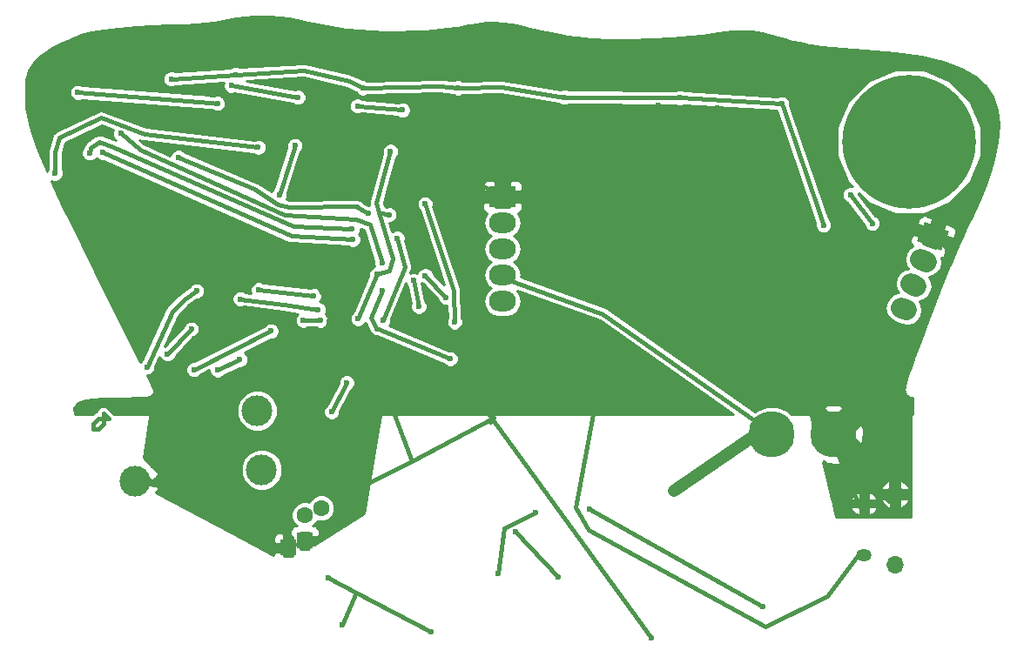
<source format=gbl>
G04 #@! TF.FileFunction,Copper,L2,Bot,Signal*
%FSLAX46Y46*%
G04 Gerber Fmt 4.6, Leading zero omitted, Abs format (unit mm)*
G04 Created by KiCad (PCBNEW 4.0.7-e2-6376~58~ubuntu16.04.1) date Fri Apr 20 01:19:44 2018*
%MOMM*%
%LPD*%
G01*
G04 APERTURE LIST*
%ADD10C,0.100000*%
%ADD11C,2.000000*%
%ADD12R,1.600000X1.600000*%
%ADD13C,1.600000*%
%ADD14C,4.500000*%
%ADD15O,1.500000X1.200000*%
%ADD16O,1.700000X1.700000*%
%ADD17C,13.000000*%
%ADD18R,2.600000X2.000000*%
%ADD19O,2.600000X2.000000*%
%ADD20C,3.000000*%
%ADD21C,0.600000*%
%ADD22C,0.381000*%
%ADD23C,1.143000*%
%ADD24C,0.254000*%
G04 APERTURE END LIST*
D10*
G36*
X176179268Y-48655828D02*
X178589946Y-49629805D01*
X177840732Y-51484172D01*
X175430054Y-50510195D01*
X176179268Y-48655828D01*
X176179268Y-48655828D01*
G37*
D11*
X176336654Y-52537429D02*
X175780344Y-52312665D01*
X175385154Y-54892476D02*
X174828844Y-54667712D01*
X174433653Y-57247523D02*
X173877343Y-57022759D01*
D12*
X115900000Y-79680000D03*
D13*
X115900000Y-77180000D03*
D12*
X114300000Y-80350937D03*
D13*
X117500000Y-76509063D03*
D14*
X167330000Y-69340000D03*
X161330000Y-69340000D03*
D15*
X170290000Y-81120000D03*
X170290000Y-76080000D03*
D16*
X173290000Y-82050000D03*
X173290000Y-75150000D03*
D17*
X174680000Y-40850000D03*
D18*
X135128000Y-46228000D03*
D19*
X135128000Y-48768000D03*
X135128000Y-51308000D03*
X135128000Y-53848000D03*
X135128000Y-56388000D03*
D20*
X99420515Y-73880000D03*
X111285064Y-67030000D03*
X111720000Y-72783332D03*
D21*
X139110000Y-66360000D03*
X111200000Y-58060000D03*
X117480000Y-60280000D03*
X112760000Y-40580000D03*
X126340000Y-71970000D03*
X105670000Y-74990000D03*
X145080000Y-60990000D03*
X149620000Y-89170000D03*
X102320000Y-49840000D03*
X117350000Y-65210000D03*
X119080000Y-53785000D03*
X164900000Y-61525000D03*
X163475000Y-44730000D03*
X156060000Y-37570000D03*
X150285000Y-37350000D03*
X139210000Y-37185000D03*
X147220000Y-37675000D03*
X128750000Y-36350000D03*
X119480000Y-35785000D03*
X125365000Y-36460000D03*
X116350000Y-35560000D03*
X109515000Y-39245000D03*
X107690000Y-35800000D03*
X135480000Y-36575000D03*
X109600000Y-62060000D03*
X107440000Y-63080000D03*
X121090000Y-58085000D03*
X118530000Y-67140000D03*
X120005000Y-64315000D03*
X122935000Y-53765000D03*
X151770000Y-74825000D03*
X166340000Y-48960000D03*
X162280000Y-37170000D03*
X152400000Y-36580000D03*
X141110000Y-36530000D03*
X130830000Y-35620000D03*
X121550000Y-35620000D03*
X109210000Y-34310000D03*
X102920000Y-34750000D03*
X124250000Y-41800000D03*
X124090000Y-47970000D03*
X119580000Y-87820000D03*
X118190000Y-83260000D03*
X128190000Y-88510000D03*
X130048000Y-61976000D03*
X123430000Y-55320000D03*
X134700000Y-82840000D03*
X138330000Y-76975000D03*
X113445000Y-46005000D03*
X114970000Y-41230000D03*
X104880000Y-59080000D03*
X102570000Y-61500000D03*
X105380000Y-55380000D03*
X100570000Y-62775000D03*
X116800000Y-55820000D03*
X111420000Y-55260000D03*
X140515000Y-83170000D03*
X136370000Y-78840000D03*
X122100000Y-47835000D03*
X124905000Y-50250000D03*
X123495000Y-58225000D03*
X103630000Y-42365000D03*
X127600000Y-46910000D03*
X130480000Y-58395000D03*
X143610000Y-76585000D03*
X160430000Y-86110000D03*
X98005000Y-40050000D03*
X123425000Y-52650000D03*
X107420000Y-37130000D03*
X93840000Y-36050000D03*
X171095000Y-48790000D03*
X168960000Y-46025000D03*
X108800000Y-35410000D03*
X115260000Y-36545000D03*
X121035000Y-37370000D03*
X125425000Y-37780000D03*
X111375000Y-41405000D03*
X91630000Y-43930000D03*
X109640000Y-56160000D03*
X117220000Y-57180000D03*
X120520000Y-49330000D03*
X94975000Y-41960000D03*
X129640000Y-56010000D03*
X127630000Y-53890000D03*
X127000000Y-56896000D03*
X126492000Y-54356000D03*
X96255000Y-41910000D03*
X120585000Y-50370000D03*
X115760000Y-58240000D03*
X117420000Y-58250000D03*
X105140000Y-63040000D03*
X112640000Y-59280000D03*
D22*
X96324000Y-68300000D02*
X96324000Y-67284000D01*
X96324000Y-67284000D02*
X96832000Y-67792000D01*
X96832000Y-67792000D02*
X95816000Y-67792000D01*
X95816000Y-67792000D02*
X95308000Y-68300000D01*
X95308000Y-68300000D02*
X95308000Y-68808000D01*
X95308000Y-68808000D02*
X95816000Y-68808000D01*
X95816000Y-68808000D02*
X96324000Y-68300000D01*
X135730848Y-62799367D02*
X139110000Y-66360000D01*
X178170000Y-53530000D02*
X178650000Y-51610000D01*
X178650000Y-51610000D02*
X178470000Y-50640000D01*
X178470000Y-50640000D02*
X177010000Y-50070000D01*
X177890000Y-53450000D02*
X178330000Y-51550000D01*
X178330000Y-51550000D02*
X178190000Y-50860000D01*
X178190000Y-50860000D02*
X177010000Y-50070000D01*
X105670000Y-74990000D02*
X110540000Y-75780000D01*
X110540000Y-75780000D02*
X121760000Y-74200000D01*
X121760000Y-74200000D02*
X126340000Y-71970000D01*
X117869235Y-60342358D02*
X123600000Y-64760000D01*
X123600000Y-64760000D02*
X126340000Y-71970000D01*
X99420515Y-73880000D02*
X105670000Y-74990000D01*
X117480000Y-60280000D02*
X113740000Y-58100000D01*
X113740000Y-58100000D02*
X111200000Y-58060000D01*
X117480000Y-60280000D02*
X117869235Y-60342358D01*
X117869235Y-60342358D02*
X117922116Y-60350830D01*
X117922116Y-60350830D02*
X117980000Y-60200000D01*
X117980000Y-60200000D02*
X117980000Y-59859200D01*
X166700000Y-68700000D02*
X156380000Y-52450000D01*
X156380000Y-52450000D02*
X140550000Y-41960000D01*
X140550000Y-41960000D02*
X134510000Y-40010000D01*
X134510000Y-40010000D02*
X120640000Y-39060000D01*
X120640000Y-39060000D02*
X112650000Y-40400000D01*
X112650000Y-40400000D02*
X112760000Y-40580000D01*
X172740000Y-75870000D02*
X174230000Y-62470000D01*
X174230000Y-62470000D02*
X175660000Y-59680000D01*
X175660000Y-59680000D02*
X178170000Y-53530000D01*
X135128000Y-46228000D02*
X125200000Y-40770000D01*
X125200000Y-40770000D02*
X120890000Y-39890000D01*
X120890000Y-39890000D02*
X113920000Y-39660000D01*
X113920000Y-39660000D02*
X109515000Y-39245000D01*
X166700000Y-68700000D02*
X148020000Y-50140000D01*
X148020000Y-50140000D02*
X135128000Y-41433051D01*
X166700000Y-68700000D02*
X173000000Y-62610000D01*
X173000000Y-62610000D02*
X175740000Y-59010000D01*
X175740000Y-59010000D02*
X177890000Y-53450000D01*
X169740000Y-76180000D02*
X166700000Y-68700000D01*
X172740000Y-75870000D02*
X166700000Y-68700000D01*
X145080000Y-60990000D02*
X142230000Y-76390000D01*
X142230000Y-76390000D02*
X143520000Y-78600000D01*
X143520000Y-78600000D02*
X160660000Y-88070000D01*
X160660000Y-88070000D02*
X166690000Y-85050000D01*
X166690000Y-85050000D02*
X169740000Y-81020000D01*
X126340000Y-71970000D02*
X134280000Y-67670000D01*
X134280000Y-67670000D02*
X133940000Y-68120000D01*
X133940000Y-68120000D02*
X134124212Y-67782278D01*
X134124212Y-67782278D02*
X134124212Y-67782277D01*
X145080000Y-60990000D02*
X135730848Y-62799367D01*
X135730848Y-62799367D02*
X131052312Y-63704817D01*
X116036773Y-53068680D02*
X118460728Y-56979306D01*
X118460728Y-56979306D02*
X120980000Y-60180000D01*
X120980000Y-60180000D02*
X131052312Y-63704817D01*
X131052312Y-63704817D02*
X131210000Y-63760000D01*
X131210000Y-63760000D02*
X134124212Y-67782277D01*
X134124212Y-67782277D02*
X149620000Y-89170000D01*
X102320000Y-49840000D02*
X116036773Y-53068680D01*
X116036773Y-53068680D02*
X119080000Y-53785000D01*
X135128000Y-46228000D02*
X135128000Y-41433051D01*
X135128000Y-41433051D02*
X135128000Y-41267000D01*
X135128000Y-41267000D02*
X139210000Y-37185000D01*
X117350000Y-65210000D02*
X117980000Y-59859200D01*
X117980000Y-59859200D02*
X118100000Y-58840000D01*
X118100000Y-58840000D02*
X119080000Y-53785000D01*
X164900000Y-61525000D02*
X166700000Y-68700000D01*
X156060000Y-37570000D02*
X161435000Y-37970000D01*
X161435000Y-37970000D02*
X163475000Y-44730000D01*
X156060000Y-37570000D02*
X151935000Y-37655000D01*
X151935000Y-37655000D02*
X151955000Y-37655000D01*
X151955000Y-37655000D02*
X150285000Y-37350000D01*
X139210000Y-37185000D02*
X142140000Y-37675000D01*
X142140000Y-37675000D02*
X147220000Y-37675000D01*
X128750000Y-36350000D02*
X131695000Y-36760000D01*
X119480000Y-35785000D02*
X121925000Y-36735000D01*
X121925000Y-36735000D02*
X125365000Y-36460000D01*
X116350000Y-35560000D02*
X116435000Y-37430000D01*
X116435000Y-37430000D02*
X109515000Y-39245000D01*
X107690000Y-35800000D02*
X109515000Y-39245000D01*
X131695000Y-36760000D02*
X135480000Y-36575000D01*
X109600000Y-62060000D02*
X107440000Y-63080000D01*
X144905000Y-57605000D02*
X160700000Y-68700000D01*
X121090000Y-58085000D02*
X122935000Y-53765000D01*
X118530000Y-67140000D02*
X120005000Y-64315000D01*
X122935000Y-53765000D02*
X124135000Y-53400000D01*
X124135000Y-53400000D02*
X124440000Y-52200000D01*
D23*
X151770000Y-74825000D02*
X160700000Y-68700000D01*
D22*
X162280000Y-37170000D02*
X166340000Y-48960000D01*
X152400000Y-36580000D02*
X162280000Y-37170000D01*
X141110000Y-36530000D02*
X152400000Y-36580000D01*
X130830000Y-35620000D02*
X135030000Y-35540000D01*
X135030000Y-35540000D02*
X141110000Y-36530000D01*
X121550000Y-35620000D02*
X129000000Y-35460000D01*
X129000000Y-35460000D02*
X130830000Y-35620000D01*
X109210000Y-34310000D02*
X115860000Y-33930000D01*
X120230000Y-34970000D02*
X121550000Y-35620000D01*
X115860000Y-33930000D02*
X120230000Y-34970000D01*
X102920000Y-34750000D02*
X109210000Y-34310000D01*
X124440000Y-52200000D02*
X123119007Y-47734379D01*
X124090000Y-47970000D02*
X123119007Y-47734378D01*
X123119007Y-47734378D02*
X123119007Y-47734379D01*
X123119007Y-47734379D02*
X122850000Y-46825000D01*
X122850000Y-46825000D02*
X124250000Y-41800000D01*
X134615000Y-53890000D02*
X144905000Y-57605000D01*
X119580000Y-87820000D02*
X120926894Y-84696869D01*
X118190000Y-83260000D02*
X120926894Y-84696869D01*
X120926894Y-84696869D02*
X128190000Y-88510000D01*
X122826145Y-58979005D02*
X130048000Y-61976000D01*
X123430000Y-55320000D02*
X122360000Y-57975000D01*
X122360000Y-57975000D02*
X122826145Y-58979005D01*
X122826145Y-58979005D02*
X122880000Y-59095000D01*
X134700000Y-82840000D02*
X135340000Y-78430000D01*
X135340000Y-78430000D02*
X138330000Y-76975000D01*
X113445000Y-46005000D02*
X114970000Y-41230000D01*
X102570000Y-61500000D02*
X104880000Y-59080000D01*
X103009851Y-57367493D02*
X104220000Y-56180000D01*
X104220000Y-56180000D02*
X105380000Y-55380000D01*
X100570000Y-62775000D02*
X103009851Y-57367493D01*
X103009851Y-57367493D02*
X103020000Y-57345000D01*
X103020000Y-57345000D02*
X103020000Y-57365000D01*
X116800000Y-55820000D02*
X111420000Y-55260000D01*
X140515000Y-83170000D02*
X136370000Y-78840000D01*
X120813602Y-47172178D02*
X122100000Y-47835000D01*
X124905000Y-50250000D02*
X125620000Y-53035000D01*
X125620000Y-53035000D02*
X123495000Y-58225000D01*
X103630000Y-42365000D02*
X110985000Y-45455000D01*
X110985000Y-45455000D02*
X113310000Y-46975000D01*
X113310000Y-46975000D02*
X114415000Y-47245000D01*
X114415000Y-47245000D02*
X120813602Y-47172178D01*
X120813602Y-47172178D02*
X121005000Y-47170000D01*
X127600000Y-46910000D02*
X130370000Y-55375000D01*
X130370000Y-55375000D02*
X130480000Y-58395000D01*
X143610000Y-76585000D02*
X160430000Y-86110000D01*
X98005000Y-40050000D02*
X99915000Y-41630000D01*
X99915000Y-41630000D02*
X113965000Y-48000000D01*
X113965000Y-48000000D02*
X120925000Y-48445000D01*
X120925000Y-48445000D02*
X122245000Y-48910000D01*
X122245000Y-48910000D02*
X123425000Y-52650000D01*
X106650000Y-37035000D02*
X107420000Y-37130000D01*
X93840000Y-36050000D02*
X106650000Y-37035000D01*
X171095000Y-48790000D02*
X168960000Y-46025000D01*
X108800000Y-35410000D02*
X115260000Y-36545000D01*
X121035000Y-37370000D02*
X125425000Y-37780000D01*
X100305000Y-40095000D02*
X96140000Y-38530000D01*
X100305000Y-40095000D02*
X111375000Y-41405000D01*
X96140000Y-38530000D02*
X92035000Y-40455000D01*
X92035000Y-40455000D02*
X91645000Y-41920000D01*
X91630000Y-43930000D02*
X91645000Y-41920000D01*
X109640000Y-56160000D02*
X113860000Y-56700000D01*
X113860000Y-56700000D02*
X117220000Y-57180000D01*
X120520000Y-49330000D02*
X114830000Y-49115000D01*
X114830000Y-49115000D02*
X97270000Y-41370000D01*
X97270000Y-41370000D02*
X95950000Y-40845000D01*
X95950000Y-40845000D02*
X95100000Y-41455000D01*
X95100000Y-41455000D02*
X94975000Y-41960000D01*
X129640000Y-56010000D02*
X127630000Y-53890000D01*
X127000000Y-56896000D02*
X126492000Y-54356000D01*
X96255000Y-41910000D02*
X114605000Y-50025000D01*
X114605000Y-50025000D02*
X120585000Y-50370000D01*
X115760000Y-58240000D02*
X117420000Y-58250000D01*
X105140000Y-63040000D02*
X112640000Y-59280000D01*
D24*
G36*
X112526395Y-28668434D02*
X114357763Y-28887373D01*
X116251276Y-29277192D01*
X116258728Y-29277242D01*
X116265663Y-29279974D01*
X119904937Y-29938194D01*
X119936782Y-29937639D01*
X119967467Y-29946183D01*
X123716972Y-30228689D01*
X123747617Y-30224958D01*
X123778033Y-30230212D01*
X127548736Y-30134790D01*
X127579421Y-30127875D01*
X127610805Y-30130032D01*
X131313669Y-29654468D01*
X131327487Y-29649826D01*
X131341830Y-29650169D01*
X132601217Y-29430811D01*
X133568978Y-29303718D01*
X134376178Y-29267327D01*
X135168897Y-29320683D01*
X136095529Y-29471452D01*
X137288034Y-29729024D01*
X137740728Y-29833726D01*
X137743602Y-29833815D01*
X137746233Y-29834972D01*
X138968989Y-30105847D01*
X138974443Y-30105965D01*
X138979472Y-30108072D01*
X140257393Y-30367627D01*
X140262821Y-30367649D01*
X140267863Y-30369658D01*
X141438363Y-30586091D01*
X141445907Y-30585989D01*
X141452982Y-30588610D01*
X142254069Y-30716609D01*
X142272542Y-30715908D01*
X142290231Y-30721280D01*
X143750577Y-30865536D01*
X143767147Y-30863909D01*
X143783318Y-30867880D01*
X145546655Y-30946342D01*
X145557925Y-30944617D01*
X145569091Y-30946926D01*
X147520555Y-30961663D01*
X147529880Y-30959881D01*
X147539231Y-30961517D01*
X149563953Y-30914601D01*
X149573149Y-30912549D01*
X149582474Y-30913889D01*
X151565592Y-30807387D01*
X151576335Y-30804644D01*
X151587361Y-30805826D01*
X153414006Y-30641811D01*
X153425841Y-30638332D01*
X153438145Y-30639156D01*
X154493513Y-30501723D01*
X154496220Y-30500808D01*
X154499071Y-30500973D01*
X156152653Y-30270106D01*
X157466098Y-30137594D01*
X158534381Y-30101420D01*
X159455267Y-30158695D01*
X160336454Y-30309769D01*
X161290851Y-30562663D01*
X161300485Y-30565554D01*
X161307915Y-30566263D01*
X161314589Y-30569601D01*
X162888147Y-31000653D01*
X162905479Y-31001886D01*
X162921435Y-31008771D01*
X164496652Y-31346185D01*
X164514414Y-31346446D01*
X164531102Y-31352532D01*
X166213302Y-31612608D01*
X166228317Y-31611963D01*
X166242671Y-31616419D01*
X168137177Y-31815457D01*
X168147933Y-31814468D01*
X168158353Y-31817308D01*
X170353374Y-31970579D01*
X173299927Y-32214441D01*
X175831634Y-32588167D01*
X177966444Y-33097322D01*
X179712366Y-33743245D01*
X181081773Y-34523120D01*
X182098700Y-35434301D01*
X182800050Y-36488026D01*
X183217212Y-37717573D01*
X183358763Y-39159979D01*
X183219357Y-40849616D01*
X183147259Y-41269174D01*
X182875094Y-42540097D01*
X182534235Y-43763448D01*
X182089899Y-45037685D01*
X181506642Y-46457464D01*
X180749449Y-48114585D01*
X180293194Y-49063930D01*
X180292079Y-49068266D01*
X180289444Y-49071881D01*
X179831309Y-50061539D01*
X179829673Y-50068307D01*
X179825698Y-50074026D01*
X179256682Y-51379531D01*
X179255783Y-51383656D01*
X179253422Y-51387153D01*
X178607312Y-52926506D01*
X178606674Y-52929635D01*
X178604914Y-52932302D01*
X177915500Y-54623504D01*
X177914956Y-54626321D01*
X177913398Y-54628730D01*
X177214468Y-56389783D01*
X177213929Y-56392721D01*
X177212331Y-56395244D01*
X176537673Y-58144148D01*
X176537321Y-58146175D01*
X176536231Y-58147922D01*
X176391215Y-58531414D01*
X176391129Y-58531932D01*
X176390852Y-58532377D01*
X175730043Y-60288851D01*
X175729921Y-60289588D01*
X175729528Y-60290224D01*
X175206268Y-61691331D01*
X175205942Y-61693337D01*
X175204885Y-61695072D01*
X174807243Y-62781505D01*
X174806546Y-62785982D01*
X174804247Y-62789882D01*
X174520291Y-63602341D01*
X174518936Y-63611964D01*
X174514268Y-63620486D01*
X174332066Y-64199665D01*
X174329725Y-64221168D01*
X174320693Y-64240816D01*
X174228317Y-64627411D01*
X174226300Y-64680191D01*
X174212823Y-64731267D01*
X174198340Y-64965976D01*
X174200981Y-64985459D01*
X174197187Y-65004751D01*
X174216827Y-65102374D01*
X174230203Y-65201057D01*
X174240099Y-65218048D01*
X174243977Y-65237321D01*
X174295456Y-65360837D01*
X174349072Y-65440700D01*
X174396544Y-65524372D01*
X174414791Y-65538593D01*
X174427685Y-65557799D01*
X174507784Y-65611067D01*
X174583660Y-65670200D01*
X174689170Y-65723222D01*
X174776675Y-65747376D01*
X174861549Y-65779576D01*
X174967909Y-65797425D01*
X174973667Y-65797252D01*
X174973667Y-67378333D01*
X174950590Y-67383006D01*
X174908965Y-67411447D01*
X174881685Y-67453841D01*
X174873000Y-67500000D01*
X174873000Y-77373000D01*
X167599158Y-77373000D01*
X167396838Y-76563716D01*
X169003671Y-76563716D01*
X169036625Y-76603534D01*
X169320962Y-76985926D01*
X169729990Y-77230399D01*
X169915000Y-77121625D01*
X169915000Y-76380000D01*
X170665000Y-76380000D01*
X170665000Y-77121625D01*
X170850010Y-77230399D01*
X171259038Y-76985926D01*
X171543375Y-76603534D01*
X171576329Y-76563716D01*
X171473593Y-76380000D01*
X170665000Y-76380000D01*
X169915000Y-76380000D01*
X169106407Y-76380000D01*
X169003671Y-76563716D01*
X167396838Y-76563716D01*
X167203998Y-75792356D01*
X171951119Y-75792356D01*
X172184155Y-76141175D01*
X172647639Y-76488915D01*
X172865000Y-76414168D01*
X172865000Y-75575000D01*
X173715000Y-75575000D01*
X173715000Y-76414168D01*
X173932361Y-76488915D01*
X174395845Y-76141175D01*
X174628881Y-75792356D01*
X174546310Y-75575000D01*
X173715000Y-75575000D01*
X172865000Y-75575000D01*
X172033690Y-75575000D01*
X171951119Y-75792356D01*
X167203998Y-75792356D01*
X167154980Y-75596284D01*
X169003671Y-75596284D01*
X169106407Y-75780000D01*
X169915000Y-75780000D01*
X169915000Y-75038375D01*
X170665000Y-75038375D01*
X170665000Y-75780000D01*
X171473593Y-75780000D01*
X171576329Y-75596284D01*
X171543375Y-75556466D01*
X171259038Y-75174074D01*
X170850010Y-74929601D01*
X170665000Y-75038375D01*
X169915000Y-75038375D01*
X169729990Y-74929601D01*
X169320962Y-75174074D01*
X169036625Y-75556466D01*
X169003671Y-75596284D01*
X167154980Y-75596284D01*
X166882820Y-74507644D01*
X171951119Y-74507644D01*
X172033690Y-74725000D01*
X172865000Y-74725000D01*
X172865000Y-73885832D01*
X173715000Y-73885832D01*
X173715000Y-74725000D01*
X174546310Y-74725000D01*
X174628881Y-74507644D01*
X174395845Y-74158825D01*
X173932361Y-73811085D01*
X173715000Y-73885832D01*
X172865000Y-73885832D01*
X172647639Y-73811085D01*
X172184155Y-74158825D01*
X171951119Y-74507644D01*
X166882820Y-74507644D01*
X166262017Y-72024432D01*
X166339615Y-71946834D01*
X166642609Y-72200077D01*
X167789438Y-72245419D01*
X168017391Y-72200077D01*
X168334253Y-71935243D01*
X167330000Y-70930990D01*
X167303130Y-70957861D01*
X165712140Y-69366871D01*
X165739010Y-69340000D01*
X168920990Y-69340000D01*
X169925243Y-70344253D01*
X170190077Y-70027391D01*
X170235419Y-68880562D01*
X170190077Y-68652609D01*
X169925243Y-68335747D01*
X168920990Y-69340000D01*
X165739010Y-69340000D01*
X165541541Y-69142531D01*
X165123208Y-67469198D01*
X165101517Y-67423690D01*
X165063830Y-67390206D01*
X165000000Y-67373000D01*
X163263431Y-67373000D01*
X162894321Y-67003245D01*
X162271814Y-66744757D01*
X166325747Y-66744757D01*
X167330000Y-67749010D01*
X168334253Y-66744757D01*
X168017391Y-66479923D01*
X166870562Y-66434581D01*
X166642609Y-66479923D01*
X166325747Y-66744757D01*
X162271814Y-66744757D01*
X161881007Y-66582480D01*
X160783807Y-66581523D01*
X159769760Y-67000518D01*
X159656605Y-67113475D01*
X145306498Y-57033422D01*
X145282116Y-57022650D01*
X172336559Y-57022650D01*
X172456380Y-57598712D01*
X172787529Y-58085071D01*
X173279594Y-58407683D01*
X173901588Y-58658985D01*
X174479655Y-58768734D01*
X175055717Y-58648913D01*
X175542076Y-58317763D01*
X175864688Y-57825699D01*
X175974437Y-57247632D01*
X175854616Y-56671570D01*
X175648280Y-56368525D01*
X176007218Y-56293866D01*
X176493577Y-55962716D01*
X176816189Y-55470652D01*
X176925938Y-54892585D01*
X176806117Y-54316523D01*
X176599781Y-54013478D01*
X176958718Y-53938819D01*
X177445077Y-53607669D01*
X177767689Y-53115605D01*
X177877438Y-52537538D01*
X177790514Y-52119635D01*
X177972579Y-52118046D01*
X178205115Y-52019339D01*
X178382178Y-51839159D01*
X178557329Y-51405646D01*
X178469607Y-51198987D01*
X177425366Y-50777086D01*
X177238063Y-51240678D01*
X176032724Y-50753690D01*
X176220027Y-50290098D01*
X175175786Y-49868197D01*
X174969127Y-49955919D01*
X174793976Y-50389432D01*
X174796181Y-50642041D01*
X174894886Y-50874578D01*
X175024749Y-51002193D01*
X174671921Y-51242424D01*
X174349309Y-51734489D01*
X174239560Y-52312556D01*
X174359381Y-52888618D01*
X174565716Y-53191663D01*
X174206780Y-53266322D01*
X173720421Y-53597471D01*
X173397809Y-54089536D01*
X173288060Y-54667603D01*
X173407881Y-55243665D01*
X173614216Y-55546710D01*
X173255279Y-55621369D01*
X172768920Y-55952518D01*
X172446308Y-56444583D01*
X172336559Y-57022650D01*
X145282116Y-57022650D01*
X145221637Y-56995931D01*
X145142195Y-56948006D01*
X136943563Y-53988053D01*
X136971421Y-53848000D01*
X136856631Y-53270913D01*
X136529738Y-52781683D01*
X136224905Y-52578000D01*
X136529738Y-52374317D01*
X136856631Y-51885087D01*
X136971421Y-51308000D01*
X136856631Y-50730913D01*
X136529738Y-50241683D01*
X136224905Y-50038000D01*
X136506413Y-49849902D01*
X177799973Y-49849902D01*
X178844214Y-50271803D01*
X179050873Y-50184081D01*
X179226024Y-49750568D01*
X179223819Y-49497959D01*
X179125114Y-49265422D01*
X178944933Y-49088360D01*
X178710709Y-48993727D01*
X178372342Y-48857017D01*
X178165682Y-48944739D01*
X177799973Y-49849902D01*
X136506413Y-49849902D01*
X136529738Y-49834317D01*
X136856631Y-49345087D01*
X136971421Y-48768000D01*
X136856631Y-48190913D01*
X136619487Y-47836003D01*
X136787699Y-47766327D01*
X136966327Y-47587698D01*
X137063000Y-47354309D01*
X137063000Y-46886750D01*
X136904250Y-46728000D01*
X135778000Y-46728000D01*
X135778000Y-47228000D01*
X134478000Y-47228000D01*
X134478000Y-46728000D01*
X133351750Y-46728000D01*
X133193000Y-46886750D01*
X133193000Y-47354309D01*
X133289673Y-47587698D01*
X133468301Y-47766327D01*
X133636513Y-47836003D01*
X133399369Y-48190913D01*
X133284579Y-48768000D01*
X133399369Y-49345087D01*
X133726262Y-49834317D01*
X134031095Y-50038000D01*
X133726262Y-50241683D01*
X133399369Y-50730913D01*
X133284579Y-51308000D01*
X133399369Y-51885087D01*
X133726262Y-52374317D01*
X134031095Y-52578000D01*
X133726262Y-52781683D01*
X133399369Y-53270913D01*
X133284579Y-53848000D01*
X133399369Y-54425087D01*
X133726262Y-54914317D01*
X134031095Y-55118000D01*
X133726262Y-55321683D01*
X133399369Y-55810913D01*
X133284579Y-56388000D01*
X133399369Y-56965087D01*
X133726262Y-57454317D01*
X134215492Y-57781210D01*
X134792579Y-57896000D01*
X135463421Y-57896000D01*
X136040508Y-57781210D01*
X136529738Y-57454317D01*
X136856631Y-56965087D01*
X136971421Y-56388000D01*
X136856631Y-55810913D01*
X136531696Y-55324613D01*
X144579942Y-58230273D01*
X157595659Y-67373000D01*
X123364086Y-67373000D01*
X123314676Y-67383006D01*
X123273051Y-67411447D01*
X123245771Y-67453841D01*
X123238819Y-67479091D01*
X121644035Y-77033365D01*
X116872651Y-80080000D01*
X116300000Y-80080000D01*
X116300000Y-80445651D01*
X116246205Y-80480000D01*
X115500000Y-80480000D01*
X115500000Y-80080000D01*
X114623750Y-80080000D01*
X114465000Y-80238750D01*
X114465000Y-80606309D01*
X114561673Y-80839698D01*
X114700000Y-80978026D01*
X114700000Y-81150937D01*
X113900000Y-81150937D01*
X113900000Y-80750937D01*
X113023750Y-80750937D01*
X112865000Y-80909687D01*
X112865000Y-81104352D01*
X109717153Y-79424628D01*
X112865000Y-79424628D01*
X112865000Y-79792187D01*
X113023750Y-79950937D01*
X113900000Y-79950937D01*
X113900000Y-79074687D01*
X113741250Y-78915937D01*
X113373690Y-78915937D01*
X113140301Y-79012610D01*
X112961673Y-79191239D01*
X112865000Y-79424628D01*
X109717153Y-79424628D01*
X108459800Y-78753691D01*
X114465000Y-78753691D01*
X114465000Y-79121250D01*
X114623750Y-79280000D01*
X114700000Y-79280000D01*
X114700000Y-79950937D01*
X115576250Y-79950937D01*
X115735000Y-79792187D01*
X115735000Y-79424628D01*
X115638327Y-79191239D01*
X115500000Y-79052911D01*
X115500000Y-78880000D01*
X116300000Y-78880000D01*
X116300000Y-79280000D01*
X117176250Y-79280000D01*
X117335000Y-79121250D01*
X117335000Y-78753691D01*
X117238327Y-78520302D01*
X117059699Y-78341673D01*
X117043002Y-78334757D01*
X117043002Y-78245000D01*
X116684547Y-78245000D01*
X117008222Y-77921890D01*
X117079321Y-77750663D01*
X117238681Y-77816835D01*
X117759036Y-77817289D01*
X118239954Y-77618578D01*
X118608222Y-77250953D01*
X118807772Y-76770382D01*
X118808226Y-76250027D01*
X118609515Y-75769109D01*
X118241890Y-75400841D01*
X117761319Y-75201291D01*
X117240964Y-75200837D01*
X116760046Y-75399548D01*
X116391778Y-75767173D01*
X116320679Y-75938400D01*
X116161319Y-75872228D01*
X115640964Y-75871774D01*
X115160046Y-76070485D01*
X114791778Y-76438110D01*
X114592228Y-76918681D01*
X114591774Y-77439036D01*
X114790485Y-77919954D01*
X115114963Y-78245000D01*
X114756998Y-78245000D01*
X114756998Y-78334757D01*
X114740301Y-78341673D01*
X114561673Y-78520302D01*
X114465000Y-78753691D01*
X108459800Y-78753691D01*
X101392818Y-74982676D01*
X101766229Y-74609265D01*
X101051105Y-73894141D01*
X100460216Y-74485030D01*
X99888362Y-74179882D01*
X100073682Y-72888436D01*
X100380460Y-73195214D01*
X100339074Y-73349670D01*
X100606599Y-73421353D01*
X101051105Y-73865859D01*
X101307741Y-73609223D01*
X101424325Y-73640462D01*
X101509401Y-73407563D01*
X101735968Y-73180996D01*
X109711652Y-73180996D01*
X110016708Y-73919287D01*
X110581074Y-74484639D01*
X111318832Y-74790983D01*
X112117664Y-74791680D01*
X112855955Y-74486624D01*
X113421307Y-73922258D01*
X113727651Y-73184500D01*
X113728348Y-72385668D01*
X113423292Y-71647377D01*
X112858926Y-71082025D01*
X112121168Y-70775681D01*
X111322336Y-70774984D01*
X110584045Y-71080040D01*
X110018693Y-71644406D01*
X109712349Y-72382164D01*
X109711652Y-73180996D01*
X101735968Y-73180996D01*
X101766229Y-73150735D01*
X100959555Y-72344061D01*
X100936859Y-72318181D01*
X100932999Y-72317505D01*
X100253164Y-71637670D01*
X100831488Y-67607477D01*
X100855908Y-67571976D01*
X100875667Y-67525597D01*
X100875825Y-67475184D01*
X100856357Y-67428682D01*
X100855318Y-67427664D01*
X109276716Y-67427664D01*
X109581772Y-68165955D01*
X110146138Y-68731307D01*
X110883896Y-69037651D01*
X111682728Y-69038348D01*
X112421019Y-68733292D01*
X112986371Y-68168926D01*
X113292715Y-67431168D01*
X113292829Y-67300016D01*
X117721860Y-67300016D01*
X117844611Y-67597097D01*
X118071707Y-67824590D01*
X118368574Y-67947860D01*
X118690016Y-67948140D01*
X118987097Y-67825389D01*
X119214590Y-67598293D01*
X119337860Y-67301426D01*
X119338034Y-67101590D01*
X120427701Y-65014601D01*
X120462097Y-65000389D01*
X120689590Y-64773293D01*
X120812860Y-64476426D01*
X120813140Y-64154984D01*
X120690389Y-63857903D01*
X120463293Y-63630410D01*
X120166426Y-63507140D01*
X119844984Y-63506860D01*
X119547903Y-63629611D01*
X119320410Y-63856707D01*
X119197140Y-64153574D01*
X119196966Y-64353411D01*
X118107299Y-66440399D01*
X118072903Y-66454611D01*
X117845410Y-66681707D01*
X117722140Y-66978574D01*
X117721860Y-67300016D01*
X113292829Y-67300016D01*
X113293412Y-66632336D01*
X112988356Y-65894045D01*
X112423990Y-65328693D01*
X111686232Y-65022349D01*
X110887400Y-65021652D01*
X110149109Y-65326708D01*
X109583757Y-65891074D01*
X109277413Y-66628832D01*
X109276716Y-67427664D01*
X100855318Y-67427664D01*
X100820331Y-67393417D01*
X100751273Y-67373000D01*
X97375970Y-67373000D01*
X97325914Y-67298086D01*
X96817914Y-66790086D01*
X96591305Y-66638670D01*
X96324000Y-66585500D01*
X96056695Y-66638670D01*
X95830086Y-66790086D01*
X95678670Y-67016695D01*
X95657106Y-67125106D01*
X95548696Y-67146670D01*
X95396580Y-67248311D01*
X95322086Y-67298086D01*
X95247172Y-67373000D01*
X93587558Y-67373000D01*
X93537429Y-67274662D01*
X93512365Y-66811622D01*
X93739725Y-66404704D01*
X93887475Y-66275237D01*
X94069954Y-66159769D01*
X94298274Y-66073013D01*
X94687514Y-65997343D01*
X95323115Y-65935606D01*
X96265478Y-65885500D01*
X97405232Y-65844316D01*
X100669857Y-65738515D01*
X100681043Y-65735911D01*
X100692438Y-65737363D01*
X100796189Y-65709103D01*
X100900908Y-65684722D01*
X100910247Y-65678035D01*
X100921329Y-65675016D01*
X101006370Y-65609201D01*
X101093785Y-65546604D01*
X101099853Y-65536854D01*
X101108937Y-65529823D01*
X101162322Y-65436467D01*
X101219124Y-65345189D01*
X101220998Y-65333859D01*
X101226701Y-65323887D01*
X101240299Y-65217195D01*
X101257844Y-65111140D01*
X101255241Y-65099958D01*
X101256693Y-65088561D01*
X101228429Y-64984796D01*
X101204051Y-64880089D01*
X101197364Y-64870752D01*
X101194346Y-64859670D01*
X100558179Y-63582990D01*
X100730016Y-63583140D01*
X101027097Y-63460389D01*
X101254590Y-63233293D01*
X101268407Y-63200016D01*
X104331860Y-63200016D01*
X104454611Y-63497097D01*
X104681707Y-63724590D01*
X104978574Y-63847860D01*
X105300016Y-63848140D01*
X105597097Y-63725389D01*
X105824590Y-63498293D01*
X105835150Y-63472862D01*
X106632005Y-63073372D01*
X106631860Y-63240016D01*
X106754611Y-63537097D01*
X106981707Y-63764590D01*
X107278574Y-63887860D01*
X107600016Y-63888140D01*
X107897097Y-63765389D01*
X108124590Y-63538293D01*
X108129294Y-63526965D01*
X109524885Y-62867935D01*
X109760016Y-62868140D01*
X110057097Y-62745389D01*
X110284590Y-62518293D01*
X110407860Y-62221426D01*
X110408140Y-61899984D01*
X110285389Y-61602903D01*
X110058293Y-61375410D01*
X110036745Y-61366462D01*
X112586960Y-60087954D01*
X112800016Y-60088140D01*
X113097097Y-59965389D01*
X113324590Y-59738293D01*
X113447860Y-59441426D01*
X113448140Y-59119984D01*
X113325389Y-58822903D01*
X113098293Y-58595410D01*
X112801426Y-58472140D01*
X112479984Y-58471860D01*
X112182903Y-58594611D01*
X111955410Y-58821707D01*
X111944850Y-58847138D01*
X105193040Y-62232046D01*
X104979984Y-62231860D01*
X104682903Y-62354611D01*
X104455410Y-62581707D01*
X104332140Y-62878574D01*
X104331860Y-63200016D01*
X101268407Y-63200016D01*
X101377860Y-62936426D01*
X101378081Y-62682418D01*
X101798919Y-61749705D01*
X101884611Y-61957097D01*
X102111707Y-62184590D01*
X102408574Y-62307860D01*
X102730016Y-62308140D01*
X103027097Y-62185389D01*
X103254590Y-61958293D01*
X103375019Y-61668268D01*
X105096518Y-59864794D01*
X105337097Y-59765389D01*
X105564590Y-59538293D01*
X105687860Y-59241426D01*
X105688140Y-58919984D01*
X105565389Y-58622903D01*
X105338293Y-58395410D01*
X105041426Y-58272140D01*
X104719984Y-58271860D01*
X104422903Y-58394611D01*
X104195410Y-58621707D01*
X104074981Y-58911732D01*
X102353484Y-60715205D01*
X102245562Y-60759798D01*
X103592634Y-57774245D01*
X104666194Y-56720784D01*
X105247308Y-56320016D01*
X108831860Y-56320016D01*
X108954611Y-56617097D01*
X109181707Y-56844590D01*
X109478574Y-56967860D01*
X109800016Y-56968140D01*
X109954257Y-56904409D01*
X113766287Y-57392204D01*
X115252856Y-57604571D01*
X115075410Y-57781707D01*
X114952140Y-58078574D01*
X114951860Y-58400016D01*
X115074611Y-58697097D01*
X115301707Y-58924590D01*
X115598574Y-59047860D01*
X115920016Y-59048140D01*
X116179224Y-58941038D01*
X116988983Y-58945916D01*
X117258574Y-59057860D01*
X117580016Y-59058140D01*
X117877097Y-58935389D01*
X118104590Y-58708293D01*
X118227860Y-58411426D01*
X118228140Y-58089984D01*
X118105389Y-57792903D01*
X117918238Y-57605425D01*
X118027860Y-57341426D01*
X118028140Y-57019984D01*
X117905389Y-56722903D01*
X117678293Y-56495410D01*
X117387890Y-56374824D01*
X117484590Y-56278293D01*
X117607860Y-55981426D01*
X117608140Y-55659984D01*
X117485389Y-55362903D01*
X117258293Y-55135410D01*
X116961426Y-55012140D01*
X116639984Y-55011860D01*
X116467524Y-55083119D01*
X111911734Y-54608910D01*
X111878293Y-54575410D01*
X111581426Y-54452140D01*
X111259984Y-54451860D01*
X110962903Y-54574611D01*
X110735410Y-54801707D01*
X110612140Y-55098574D01*
X110611860Y-55420016D01*
X110681726Y-55589105D01*
X110142970Y-55520165D01*
X110098293Y-55475410D01*
X109801426Y-55352140D01*
X109479984Y-55351860D01*
X109182903Y-55474611D01*
X108955410Y-55701707D01*
X108832140Y-55998574D01*
X108831860Y-56320016D01*
X105247308Y-56320016D01*
X105438656Y-56188052D01*
X105540016Y-56188140D01*
X105837097Y-56065389D01*
X106064590Y-55838293D01*
X106187860Y-55541426D01*
X106188140Y-55219984D01*
X106065389Y-54922903D01*
X105838293Y-54695410D01*
X105541426Y-54572140D01*
X105219984Y-54571860D01*
X104922903Y-54694611D01*
X104695410Y-54921707D01*
X104647744Y-55036499D01*
X103823439Y-55604986D01*
X103781340Y-55648341D01*
X103730775Y-55681441D01*
X102576151Y-56814449D01*
X102541712Y-56835939D01*
X102535283Y-56844941D01*
X102526086Y-56851086D01*
X102456312Y-56955510D01*
X102383311Y-57057721D01*
X102373162Y-57080214D01*
X102373161Y-57080217D01*
X102373160Y-57080219D01*
X100112945Y-62089594D01*
X100112903Y-62089611D01*
X99913313Y-62288852D01*
X96026167Y-54488002D01*
X94640565Y-51697168D01*
X93438863Y-49250462D01*
X92408823Y-47116448D01*
X91538073Y-45263497D01*
X91262064Y-44652109D01*
X91468574Y-44737860D01*
X91790016Y-44738140D01*
X92087097Y-44615389D01*
X92314590Y-44388293D01*
X92437860Y-44091426D01*
X92438140Y-43769984D01*
X92331638Y-43512228D01*
X92342819Y-42013944D01*
X92626260Y-40949223D01*
X96169960Y-39287439D01*
X97274428Y-39702444D01*
X97197140Y-39888574D01*
X97196860Y-40210016D01*
X97319611Y-40507097D01*
X97540496Y-40728368D01*
X97539116Y-40728060D01*
X97528144Y-40720952D01*
X96208144Y-40195952D01*
X96133937Y-40182280D01*
X96063301Y-40155751D01*
X96001213Y-40157827D01*
X95940115Y-40146570D01*
X95866324Y-40162337D01*
X95790912Y-40164858D01*
X95734343Y-40190537D01*
X95673589Y-40203518D01*
X95611450Y-40246322D01*
X95542743Y-40277511D01*
X94692743Y-40887511D01*
X94618317Y-40967085D01*
X94537801Y-41040471D01*
X94525825Y-41065977D01*
X94506575Y-41086558D01*
X94468269Y-41188552D01*
X94421962Y-41287169D01*
X94394604Y-41397695D01*
X94290410Y-41501707D01*
X94167140Y-41798574D01*
X94166860Y-42120016D01*
X94289611Y-42417097D01*
X94516707Y-42644590D01*
X94813574Y-42767860D01*
X95135016Y-42768140D01*
X95432097Y-42645389D01*
X95640120Y-42437729D01*
X95796707Y-42594590D01*
X96093574Y-42717860D01*
X96355248Y-42718088D01*
X114322492Y-50663820D01*
X114444126Y-50691023D01*
X114564769Y-50722340D01*
X120114664Y-51042526D01*
X120126707Y-51054590D01*
X120423574Y-51177860D01*
X120745016Y-51178140D01*
X121042097Y-51055389D01*
X121269590Y-50828293D01*
X121392860Y-50531426D01*
X121393140Y-50209984D01*
X121270389Y-49912903D01*
X121175242Y-49817590D01*
X121204590Y-49788293D01*
X121327860Y-49491426D01*
X121328003Y-49327540D01*
X121683846Y-49452894D01*
X122631055Y-52455063D01*
X122617140Y-52488574D01*
X122616860Y-52810016D01*
X122691746Y-52991253D01*
X122477903Y-53079611D01*
X122250410Y-53306707D01*
X122127140Y-53603574D01*
X122126900Y-53878707D01*
X120615957Y-57416527D01*
X120405410Y-57626707D01*
X120282140Y-57923574D01*
X120281860Y-58245016D01*
X120404611Y-58542097D01*
X120631707Y-58769590D01*
X120928574Y-58892860D01*
X121250016Y-58893140D01*
X121547097Y-58770389D01*
X121774590Y-58543293D01*
X121811956Y-58453305D01*
X122192599Y-59273151D01*
X122192600Y-59273152D01*
X122246454Y-59389147D01*
X122407245Y-59609203D01*
X122640009Y-59750977D01*
X122909309Y-59792884D01*
X122944431Y-59784352D01*
X129387720Y-62458249D01*
X129589707Y-62660590D01*
X129886574Y-62783860D01*
X130208016Y-62784140D01*
X130505097Y-62661389D01*
X130732590Y-62434293D01*
X130855860Y-62137426D01*
X130856140Y-61815984D01*
X130733389Y-61518903D01*
X130506293Y-61291410D01*
X130209426Y-61168140D01*
X129923056Y-61167891D01*
X124108039Y-58754719D01*
X124179590Y-58683293D01*
X124302860Y-58386426D01*
X124303114Y-58094743D01*
X125726319Y-54618774D01*
X125806611Y-54813097D01*
X125887240Y-54893867D01*
X126234823Y-56631782D01*
X126192140Y-56734574D01*
X126191860Y-57056016D01*
X126314611Y-57353097D01*
X126541707Y-57580590D01*
X126838574Y-57703860D01*
X127160016Y-57704140D01*
X127457097Y-57581389D01*
X127684590Y-57354293D01*
X127807860Y-57057426D01*
X127808140Y-56735984D01*
X127685389Y-56438903D01*
X127604760Y-56358133D01*
X127257177Y-54620218D01*
X127260767Y-54611571D01*
X127410562Y-54673771D01*
X128833937Y-56175042D01*
X128954611Y-56467097D01*
X129181707Y-56694590D01*
X129478574Y-56817860D01*
X129723599Y-56818073D01*
X129766849Y-58005489D01*
X129672140Y-58233574D01*
X129671860Y-58555016D01*
X129794611Y-58852097D01*
X130021707Y-59079590D01*
X130318574Y-59202860D01*
X130640016Y-59203140D01*
X130937097Y-59080389D01*
X131164590Y-58853293D01*
X131287860Y-58556426D01*
X131288140Y-58234984D01*
X131165389Y-57937903D01*
X131162197Y-57934706D01*
X131068037Y-55349575D01*
X131045532Y-55254636D01*
X131033861Y-55157765D01*
X128396624Y-47098484D01*
X128407860Y-47071426D01*
X128408140Y-46749984D01*
X128285389Y-46452903D01*
X128058293Y-46225410D01*
X127761426Y-46102140D01*
X127439984Y-46101860D01*
X127142903Y-46224611D01*
X126915410Y-46451707D01*
X126792140Y-46748574D01*
X126791860Y-47070016D01*
X126914611Y-47367097D01*
X127063403Y-47516150D01*
X129442454Y-54786425D01*
X128436063Y-53724958D01*
X128315389Y-53432903D01*
X128088293Y-53205410D01*
X127791426Y-53082140D01*
X127469984Y-53081860D01*
X127172903Y-53204611D01*
X126945410Y-53431707D01*
X126861233Y-53634429D01*
X126653426Y-53548140D01*
X126331984Y-53547860D01*
X126130751Y-53631007D01*
X126266415Y-53299669D01*
X126282916Y-53214905D01*
X126311529Y-53133434D01*
X126308719Y-53082360D01*
X126318494Y-53032150D01*
X126301302Y-52947526D01*
X126296559Y-52861305D01*
X125684889Y-50478787D01*
X125712860Y-50411426D01*
X125713140Y-50089984D01*
X125590389Y-49792903D01*
X125363293Y-49565410D01*
X125066426Y-49442140D01*
X124744984Y-49441860D01*
X124447903Y-49564611D01*
X124402301Y-49610133D01*
X124156162Y-48778058D01*
X124250016Y-48778140D01*
X124547097Y-48655389D01*
X124774590Y-48428293D01*
X124897860Y-48131426D01*
X124898140Y-47809984D01*
X124775389Y-47512903D01*
X124548293Y-47285410D01*
X124251426Y-47162140D01*
X123929984Y-47161860D01*
X123852926Y-47193700D01*
X123674693Y-47150450D01*
X123576712Y-46819224D01*
X124055228Y-45101691D01*
X133193000Y-45101691D01*
X133193000Y-45569250D01*
X133351750Y-45728000D01*
X134478000Y-45728000D01*
X134478000Y-44751750D01*
X135778000Y-44751750D01*
X135778000Y-45728000D01*
X136904250Y-45728000D01*
X137063000Y-45569250D01*
X137063000Y-45101691D01*
X136966327Y-44868302D01*
X136787699Y-44689673D01*
X136554310Y-44593000D01*
X135936750Y-44593000D01*
X135778000Y-44751750D01*
X134478000Y-44751750D01*
X134319250Y-44593000D01*
X133701690Y-44593000D01*
X133468301Y-44689673D01*
X133289673Y-44868302D01*
X133193000Y-45101691D01*
X124055228Y-45101691D01*
X124813835Y-42378838D01*
X124934590Y-42258293D01*
X125057860Y-41961426D01*
X125058140Y-41639984D01*
X124935389Y-41342903D01*
X124708293Y-41115410D01*
X124411426Y-40992140D01*
X124089984Y-40991860D01*
X123792903Y-41114611D01*
X123565410Y-41341707D01*
X123442140Y-41638574D01*
X123441860Y-41960016D01*
X123464829Y-42015604D01*
X122177127Y-46637533D01*
X122172722Y-46695867D01*
X122155353Y-46751732D01*
X122162559Y-46830466D01*
X122156606Y-46909300D01*
X122174860Y-46964880D01*
X122180192Y-47023139D01*
X122181355Y-47027070D01*
X122056782Y-47026962D01*
X121563210Y-46772647D01*
X121493262Y-46670498D01*
X121264943Y-46521670D01*
X120997052Y-46471545D01*
X120805654Y-46473723D01*
X114495179Y-46545542D01*
X114132259Y-46456865D01*
X114252860Y-46166426D01*
X114253140Y-45844984D01*
X114239729Y-45812527D01*
X115511167Y-41831466D01*
X115654590Y-41688293D01*
X115777860Y-41391426D01*
X115778140Y-41069984D01*
X115655389Y-40772903D01*
X115428293Y-40545410D01*
X115131426Y-40422140D01*
X114809984Y-40421860D01*
X114512903Y-40544611D01*
X114285410Y-40771707D01*
X114162140Y-41068574D01*
X114161860Y-41390016D01*
X114175271Y-41422473D01*
X112903832Y-45403535D01*
X112760410Y-45546707D01*
X112683838Y-45731112D01*
X111367220Y-44870355D01*
X111308237Y-44846614D01*
X111255549Y-44811024D01*
X104293733Y-41886210D01*
X104088293Y-41680410D01*
X103791426Y-41557140D01*
X103469984Y-41556860D01*
X103172903Y-41679611D01*
X102945410Y-41906707D01*
X102829992Y-42184664D01*
X100288366Y-41032340D01*
X99851115Y-40670635D01*
X100059310Y-40748864D01*
X100142615Y-40762571D01*
X100222914Y-40788660D01*
X110876579Y-42049392D01*
X110916707Y-42089590D01*
X111213574Y-42212860D01*
X111535016Y-42213140D01*
X111832097Y-42090389D01*
X112059590Y-41863293D01*
X112182860Y-41566426D01*
X112183140Y-41244984D01*
X112060389Y-40947903D01*
X111833293Y-40720410D01*
X111536426Y-40597140D01*
X111214984Y-40596860D01*
X111053506Y-40663581D01*
X100471306Y-39411306D01*
X96385690Y-37876136D01*
X96381296Y-37875413D01*
X96377482Y-37873110D01*
X96246952Y-37853308D01*
X96116765Y-37831887D01*
X96112430Y-37832900D01*
X96108024Y-37832232D01*
X95979853Y-37863889D01*
X95851377Y-37893919D01*
X95847759Y-37896515D01*
X95843434Y-37897583D01*
X91738434Y-39822583D01*
X91713766Y-39840752D01*
X91684769Y-39850648D01*
X91604777Y-39921030D01*
X91518994Y-39984214D01*
X91503156Y-40010441D01*
X91480154Y-40030680D01*
X91433188Y-40126308D01*
X91378110Y-40217517D01*
X91373514Y-40247811D01*
X91360009Y-40275309D01*
X90970008Y-41740309D01*
X90964380Y-41828371D01*
X90946519Y-41914787D01*
X90934708Y-43497481D01*
X90841810Y-43721204D01*
X90814348Y-43660373D01*
X90225313Y-42275969D01*
X89758535Y-41079485D01*
X89401129Y-40039819D01*
X89139639Y-39125218D01*
X88959984Y-38302174D01*
X88848054Y-37534759D01*
X88790694Y-36785100D01*
X88779433Y-36210016D01*
X93031860Y-36210016D01*
X93154611Y-36507097D01*
X93381707Y-36734590D01*
X93678574Y-36857860D01*
X94000016Y-36858140D01*
X94194420Y-36777814D01*
X106580414Y-37730211D01*
X106919201Y-37772009D01*
X106961707Y-37814590D01*
X107258574Y-37937860D01*
X107580016Y-37938140D01*
X107877097Y-37815389D01*
X108104590Y-37588293D01*
X108128788Y-37530016D01*
X120226860Y-37530016D01*
X120349611Y-37827097D01*
X120576707Y-38054590D01*
X120873574Y-38177860D01*
X121195016Y-38178140D01*
X121375946Y-38103382D01*
X124938246Y-38436079D01*
X124966707Y-38464590D01*
X125263574Y-38587860D01*
X125585016Y-38588140D01*
X125882097Y-38465389D01*
X126109590Y-38238293D01*
X126232860Y-37941426D01*
X126233140Y-37619984D01*
X126110389Y-37322903D01*
X125883293Y-37095410D01*
X125586426Y-36972140D01*
X125264984Y-36971860D01*
X125084054Y-37046618D01*
X121521754Y-36713921D01*
X121493293Y-36685410D01*
X121196426Y-36562140D01*
X120874984Y-36561860D01*
X120577903Y-36684611D01*
X120350410Y-36911707D01*
X120227140Y-37208574D01*
X120226860Y-37530016D01*
X108128788Y-37530016D01*
X108227860Y-37291426D01*
X108228140Y-36969984D01*
X108105389Y-36672903D01*
X107878293Y-36445410D01*
X107581426Y-36322140D01*
X107259984Y-36321860D01*
X107102312Y-36387008D01*
X106735530Y-36341756D01*
X106719260Y-36342956D01*
X106703552Y-36338556D01*
X94319126Y-35386280D01*
X94298293Y-35365410D01*
X94001426Y-35242140D01*
X93679984Y-35241860D01*
X93382903Y-35364611D01*
X93155410Y-35591707D01*
X93032140Y-35888574D01*
X93031860Y-36210016D01*
X88779433Y-36210016D01*
X88776381Y-36054184D01*
X88853268Y-34910016D01*
X102111860Y-34910016D01*
X102234611Y-35207097D01*
X102461707Y-35434590D01*
X102758574Y-35557860D01*
X103080016Y-35558140D01*
X103377097Y-35435389D01*
X103395579Y-35416939D01*
X108057647Y-35090816D01*
X107992140Y-35248574D01*
X107991860Y-35570016D01*
X108114611Y-35867097D01*
X108341707Y-36094590D01*
X108638574Y-36217860D01*
X108960016Y-36218140D01*
X109080288Y-36168445D01*
X114734022Y-37161786D01*
X114801707Y-37229590D01*
X115098574Y-37352860D01*
X115420016Y-37353140D01*
X115717097Y-37230389D01*
X115944590Y-37003293D01*
X116067860Y-36706426D01*
X116068140Y-36384984D01*
X115945389Y-36087903D01*
X115718293Y-35860410D01*
X115421426Y-35737140D01*
X115099984Y-35736860D01*
X114979712Y-35786555D01*
X110227020Y-34951524D01*
X115797758Y-34633196D01*
X119991881Y-35631339D01*
X120856309Y-36057005D01*
X120864611Y-36077097D01*
X121091707Y-36304590D01*
X121388574Y-36427860D01*
X121710016Y-36428140D01*
X121998276Y-36309034D01*
X128977016Y-36159155D01*
X130346010Y-36278848D01*
X130371707Y-36304590D01*
X130668574Y-36427860D01*
X130990016Y-36428140D01*
X131275602Y-36310139D01*
X134980117Y-36239577D01*
X140590301Y-37153077D01*
X140651707Y-37214590D01*
X140948574Y-37337860D01*
X141270016Y-37338140D01*
X141530839Y-37230370D01*
X151970643Y-37276605D01*
X152238574Y-37387860D01*
X152560016Y-37388140D01*
X152769021Y-37301781D01*
X161771757Y-37839394D01*
X165539529Y-48780780D01*
X165532140Y-48798574D01*
X165531860Y-49120016D01*
X165654611Y-49417097D01*
X165881707Y-49644590D01*
X166178574Y-49767860D01*
X166500016Y-49768140D01*
X166797097Y-49645389D01*
X167024590Y-49418293D01*
X167147860Y-49121426D01*
X167148140Y-48799984D01*
X167025389Y-48502903D01*
X166866559Y-48343795D01*
X164763923Y-42237862D01*
X167670786Y-42237862D01*
X168735442Y-44814527D01*
X169148629Y-45228436D01*
X169121426Y-45217140D01*
X168799984Y-45216860D01*
X168502903Y-45339611D01*
X168275410Y-45566707D01*
X168152140Y-45863574D01*
X168151860Y-46185016D01*
X168274611Y-46482097D01*
X168501707Y-46709590D01*
X168655385Y-46773403D01*
X170286915Y-48886368D01*
X170286860Y-48950016D01*
X170409611Y-49247097D01*
X170636707Y-49474590D01*
X170933574Y-49597860D01*
X171255016Y-49598140D01*
X171552097Y-49475389D01*
X171779590Y-49248293D01*
X171902860Y-48951426D01*
X171903049Y-48734354D01*
X175462671Y-48734354D01*
X175550393Y-48941013D01*
X176594634Y-49362914D01*
X176960343Y-48457751D01*
X176872622Y-48251091D01*
X176534254Y-48114382D01*
X176300030Y-48019749D01*
X176047421Y-48021954D01*
X175814885Y-48120661D01*
X175637822Y-48300841D01*
X175462671Y-48734354D01*
X171903049Y-48734354D01*
X171903140Y-48629984D01*
X171780389Y-48332903D01*
X171553293Y-48105410D01*
X171399616Y-48041598D01*
X169768085Y-45928632D01*
X169768140Y-45864984D01*
X169756891Y-45837760D01*
X170705104Y-46787629D01*
X173279907Y-47856781D01*
X176067862Y-47859214D01*
X178644527Y-46794558D01*
X180617629Y-44824896D01*
X181686781Y-42250093D01*
X181689214Y-39462138D01*
X180624558Y-36885473D01*
X178654896Y-34912371D01*
X176080093Y-33843219D01*
X173292138Y-33840786D01*
X170715473Y-34905442D01*
X168742371Y-36875104D01*
X167673219Y-39449907D01*
X167670786Y-42237862D01*
X164763923Y-42237862D01*
X163080471Y-37349220D01*
X163087860Y-37331426D01*
X163088140Y-37009984D01*
X162965389Y-36712903D01*
X162738293Y-36485410D01*
X162441426Y-36362140D01*
X162119984Y-36361860D01*
X161910979Y-36448219D01*
X152871258Y-35908397D01*
X152858293Y-35895410D01*
X152561426Y-35772140D01*
X152239984Y-35771860D01*
X151979161Y-35879630D01*
X141539357Y-35833395D01*
X141271426Y-35722140D01*
X140949984Y-35721860D01*
X140820846Y-35775219D01*
X135142258Y-34850580D01*
X135079001Y-34852791D01*
X135016698Y-34841627D01*
X131235872Y-34913643D01*
X130991426Y-34812140D01*
X130669984Y-34811860D01*
X130484245Y-34888606D01*
X129060839Y-34764155D01*
X129022744Y-34768329D01*
X128985002Y-34761661D01*
X121953535Y-34912672D01*
X121711426Y-34812140D01*
X121490178Y-34811947D01*
X120538575Y-34343355D01*
X120462910Y-34323128D01*
X120391717Y-34290478D01*
X116021717Y-33250478D01*
X115920475Y-33246701D01*
X115820150Y-33232638D01*
X109580996Y-33589161D01*
X109371426Y-33502140D01*
X109049984Y-33501860D01*
X108752903Y-33624611D01*
X108734420Y-33643061D01*
X103280032Y-34024608D01*
X103081426Y-33942140D01*
X102759984Y-33941860D01*
X102462903Y-34064611D01*
X102235410Y-34291707D01*
X102112140Y-34588574D01*
X102111860Y-34910016D01*
X88853268Y-34910016D01*
X88857880Y-34841395D01*
X89106104Y-33914649D01*
X89552652Y-33159361D01*
X90276187Y-32459138D01*
X91369361Y-31742249D01*
X92213705Y-31292538D01*
X93188997Y-30841381D01*
X94153715Y-30487628D01*
X95191553Y-30212128D01*
X96386045Y-29999500D01*
X97815720Y-29837353D01*
X99554778Y-29713642D01*
X100997491Y-29642994D01*
X102745629Y-29565487D01*
X102747588Y-29565006D01*
X102749586Y-29565299D01*
X104153685Y-29493875D01*
X104157559Y-29492897D01*
X104161522Y-29493426D01*
X105297881Y-29420904D01*
X105304313Y-29419193D01*
X105310923Y-29419930D01*
X106257231Y-29339066D01*
X106266106Y-29336499D01*
X106275315Y-29337248D01*
X107109260Y-29240801D01*
X107118964Y-29237677D01*
X107129146Y-29238168D01*
X107928420Y-29118894D01*
X107936378Y-29116039D01*
X107944831Y-29116215D01*
X108787123Y-28966870D01*
X108791086Y-28965325D01*
X108795342Y-28965355D01*
X109301446Y-28868424D01*
X110883398Y-28664160D01*
X112526395Y-28668434D01*
X112526395Y-28668434D01*
G37*
X112526395Y-28668434D02*
X114357763Y-28887373D01*
X116251276Y-29277192D01*
X116258728Y-29277242D01*
X116265663Y-29279974D01*
X119904937Y-29938194D01*
X119936782Y-29937639D01*
X119967467Y-29946183D01*
X123716972Y-30228689D01*
X123747617Y-30224958D01*
X123778033Y-30230212D01*
X127548736Y-30134790D01*
X127579421Y-30127875D01*
X127610805Y-30130032D01*
X131313669Y-29654468D01*
X131327487Y-29649826D01*
X131341830Y-29650169D01*
X132601217Y-29430811D01*
X133568978Y-29303718D01*
X134376178Y-29267327D01*
X135168897Y-29320683D01*
X136095529Y-29471452D01*
X137288034Y-29729024D01*
X137740728Y-29833726D01*
X137743602Y-29833815D01*
X137746233Y-29834972D01*
X138968989Y-30105847D01*
X138974443Y-30105965D01*
X138979472Y-30108072D01*
X140257393Y-30367627D01*
X140262821Y-30367649D01*
X140267863Y-30369658D01*
X141438363Y-30586091D01*
X141445907Y-30585989D01*
X141452982Y-30588610D01*
X142254069Y-30716609D01*
X142272542Y-30715908D01*
X142290231Y-30721280D01*
X143750577Y-30865536D01*
X143767147Y-30863909D01*
X143783318Y-30867880D01*
X145546655Y-30946342D01*
X145557925Y-30944617D01*
X145569091Y-30946926D01*
X147520555Y-30961663D01*
X147529880Y-30959881D01*
X147539231Y-30961517D01*
X149563953Y-30914601D01*
X149573149Y-30912549D01*
X149582474Y-30913889D01*
X151565592Y-30807387D01*
X151576335Y-30804644D01*
X151587361Y-30805826D01*
X153414006Y-30641811D01*
X153425841Y-30638332D01*
X153438145Y-30639156D01*
X154493513Y-30501723D01*
X154496220Y-30500808D01*
X154499071Y-30500973D01*
X156152653Y-30270106D01*
X157466098Y-30137594D01*
X158534381Y-30101420D01*
X159455267Y-30158695D01*
X160336454Y-30309769D01*
X161290851Y-30562663D01*
X161300485Y-30565554D01*
X161307915Y-30566263D01*
X161314589Y-30569601D01*
X162888147Y-31000653D01*
X162905479Y-31001886D01*
X162921435Y-31008771D01*
X164496652Y-31346185D01*
X164514414Y-31346446D01*
X164531102Y-31352532D01*
X166213302Y-31612608D01*
X166228317Y-31611963D01*
X166242671Y-31616419D01*
X168137177Y-31815457D01*
X168147933Y-31814468D01*
X168158353Y-31817308D01*
X170353374Y-31970579D01*
X173299927Y-32214441D01*
X175831634Y-32588167D01*
X177966444Y-33097322D01*
X179712366Y-33743245D01*
X181081773Y-34523120D01*
X182098700Y-35434301D01*
X182800050Y-36488026D01*
X183217212Y-37717573D01*
X183358763Y-39159979D01*
X183219357Y-40849616D01*
X183147259Y-41269174D01*
X182875094Y-42540097D01*
X182534235Y-43763448D01*
X182089899Y-45037685D01*
X181506642Y-46457464D01*
X180749449Y-48114585D01*
X180293194Y-49063930D01*
X180292079Y-49068266D01*
X180289444Y-49071881D01*
X179831309Y-50061539D01*
X179829673Y-50068307D01*
X179825698Y-50074026D01*
X179256682Y-51379531D01*
X179255783Y-51383656D01*
X179253422Y-51387153D01*
X178607312Y-52926506D01*
X178606674Y-52929635D01*
X178604914Y-52932302D01*
X177915500Y-54623504D01*
X177914956Y-54626321D01*
X177913398Y-54628730D01*
X177214468Y-56389783D01*
X177213929Y-56392721D01*
X177212331Y-56395244D01*
X176537673Y-58144148D01*
X176537321Y-58146175D01*
X176536231Y-58147922D01*
X176391215Y-58531414D01*
X176391129Y-58531932D01*
X176390852Y-58532377D01*
X175730043Y-60288851D01*
X175729921Y-60289588D01*
X175729528Y-60290224D01*
X175206268Y-61691331D01*
X175205942Y-61693337D01*
X175204885Y-61695072D01*
X174807243Y-62781505D01*
X174806546Y-62785982D01*
X174804247Y-62789882D01*
X174520291Y-63602341D01*
X174518936Y-63611964D01*
X174514268Y-63620486D01*
X174332066Y-64199665D01*
X174329725Y-64221168D01*
X174320693Y-64240816D01*
X174228317Y-64627411D01*
X174226300Y-64680191D01*
X174212823Y-64731267D01*
X174198340Y-64965976D01*
X174200981Y-64985459D01*
X174197187Y-65004751D01*
X174216827Y-65102374D01*
X174230203Y-65201057D01*
X174240099Y-65218048D01*
X174243977Y-65237321D01*
X174295456Y-65360837D01*
X174349072Y-65440700D01*
X174396544Y-65524372D01*
X174414791Y-65538593D01*
X174427685Y-65557799D01*
X174507784Y-65611067D01*
X174583660Y-65670200D01*
X174689170Y-65723222D01*
X174776675Y-65747376D01*
X174861549Y-65779576D01*
X174967909Y-65797425D01*
X174973667Y-65797252D01*
X174973667Y-67378333D01*
X174950590Y-67383006D01*
X174908965Y-67411447D01*
X174881685Y-67453841D01*
X174873000Y-67500000D01*
X174873000Y-77373000D01*
X167599158Y-77373000D01*
X167396838Y-76563716D01*
X169003671Y-76563716D01*
X169036625Y-76603534D01*
X169320962Y-76985926D01*
X169729990Y-77230399D01*
X169915000Y-77121625D01*
X169915000Y-76380000D01*
X170665000Y-76380000D01*
X170665000Y-77121625D01*
X170850010Y-77230399D01*
X171259038Y-76985926D01*
X171543375Y-76603534D01*
X171576329Y-76563716D01*
X171473593Y-76380000D01*
X170665000Y-76380000D01*
X169915000Y-76380000D01*
X169106407Y-76380000D01*
X169003671Y-76563716D01*
X167396838Y-76563716D01*
X167203998Y-75792356D01*
X171951119Y-75792356D01*
X172184155Y-76141175D01*
X172647639Y-76488915D01*
X172865000Y-76414168D01*
X172865000Y-75575000D01*
X173715000Y-75575000D01*
X173715000Y-76414168D01*
X173932361Y-76488915D01*
X174395845Y-76141175D01*
X174628881Y-75792356D01*
X174546310Y-75575000D01*
X173715000Y-75575000D01*
X172865000Y-75575000D01*
X172033690Y-75575000D01*
X171951119Y-75792356D01*
X167203998Y-75792356D01*
X167154980Y-75596284D01*
X169003671Y-75596284D01*
X169106407Y-75780000D01*
X169915000Y-75780000D01*
X169915000Y-75038375D01*
X170665000Y-75038375D01*
X170665000Y-75780000D01*
X171473593Y-75780000D01*
X171576329Y-75596284D01*
X171543375Y-75556466D01*
X171259038Y-75174074D01*
X170850010Y-74929601D01*
X170665000Y-75038375D01*
X169915000Y-75038375D01*
X169729990Y-74929601D01*
X169320962Y-75174074D01*
X169036625Y-75556466D01*
X169003671Y-75596284D01*
X167154980Y-75596284D01*
X166882820Y-74507644D01*
X171951119Y-74507644D01*
X172033690Y-74725000D01*
X172865000Y-74725000D01*
X172865000Y-73885832D01*
X173715000Y-73885832D01*
X173715000Y-74725000D01*
X174546310Y-74725000D01*
X174628881Y-74507644D01*
X174395845Y-74158825D01*
X173932361Y-73811085D01*
X173715000Y-73885832D01*
X172865000Y-73885832D01*
X172647639Y-73811085D01*
X172184155Y-74158825D01*
X171951119Y-74507644D01*
X166882820Y-74507644D01*
X166262017Y-72024432D01*
X166339615Y-71946834D01*
X166642609Y-72200077D01*
X167789438Y-72245419D01*
X168017391Y-72200077D01*
X168334253Y-71935243D01*
X167330000Y-70930990D01*
X167303130Y-70957861D01*
X165712140Y-69366871D01*
X165739010Y-69340000D01*
X168920990Y-69340000D01*
X169925243Y-70344253D01*
X170190077Y-70027391D01*
X170235419Y-68880562D01*
X170190077Y-68652609D01*
X169925243Y-68335747D01*
X168920990Y-69340000D01*
X165739010Y-69340000D01*
X165541541Y-69142531D01*
X165123208Y-67469198D01*
X165101517Y-67423690D01*
X165063830Y-67390206D01*
X165000000Y-67373000D01*
X163263431Y-67373000D01*
X162894321Y-67003245D01*
X162271814Y-66744757D01*
X166325747Y-66744757D01*
X167330000Y-67749010D01*
X168334253Y-66744757D01*
X168017391Y-66479923D01*
X166870562Y-66434581D01*
X166642609Y-66479923D01*
X166325747Y-66744757D01*
X162271814Y-66744757D01*
X161881007Y-66582480D01*
X160783807Y-66581523D01*
X159769760Y-67000518D01*
X159656605Y-67113475D01*
X145306498Y-57033422D01*
X145282116Y-57022650D01*
X172336559Y-57022650D01*
X172456380Y-57598712D01*
X172787529Y-58085071D01*
X173279594Y-58407683D01*
X173901588Y-58658985D01*
X174479655Y-58768734D01*
X175055717Y-58648913D01*
X175542076Y-58317763D01*
X175864688Y-57825699D01*
X175974437Y-57247632D01*
X175854616Y-56671570D01*
X175648280Y-56368525D01*
X176007218Y-56293866D01*
X176493577Y-55962716D01*
X176816189Y-55470652D01*
X176925938Y-54892585D01*
X176806117Y-54316523D01*
X176599781Y-54013478D01*
X176958718Y-53938819D01*
X177445077Y-53607669D01*
X177767689Y-53115605D01*
X177877438Y-52537538D01*
X177790514Y-52119635D01*
X177972579Y-52118046D01*
X178205115Y-52019339D01*
X178382178Y-51839159D01*
X178557329Y-51405646D01*
X178469607Y-51198987D01*
X177425366Y-50777086D01*
X177238063Y-51240678D01*
X176032724Y-50753690D01*
X176220027Y-50290098D01*
X175175786Y-49868197D01*
X174969127Y-49955919D01*
X174793976Y-50389432D01*
X174796181Y-50642041D01*
X174894886Y-50874578D01*
X175024749Y-51002193D01*
X174671921Y-51242424D01*
X174349309Y-51734489D01*
X174239560Y-52312556D01*
X174359381Y-52888618D01*
X174565716Y-53191663D01*
X174206780Y-53266322D01*
X173720421Y-53597471D01*
X173397809Y-54089536D01*
X173288060Y-54667603D01*
X173407881Y-55243665D01*
X173614216Y-55546710D01*
X173255279Y-55621369D01*
X172768920Y-55952518D01*
X172446308Y-56444583D01*
X172336559Y-57022650D01*
X145282116Y-57022650D01*
X145221637Y-56995931D01*
X145142195Y-56948006D01*
X136943563Y-53988053D01*
X136971421Y-53848000D01*
X136856631Y-53270913D01*
X136529738Y-52781683D01*
X136224905Y-52578000D01*
X136529738Y-52374317D01*
X136856631Y-51885087D01*
X136971421Y-51308000D01*
X136856631Y-50730913D01*
X136529738Y-50241683D01*
X136224905Y-50038000D01*
X136506413Y-49849902D01*
X177799973Y-49849902D01*
X178844214Y-50271803D01*
X179050873Y-50184081D01*
X179226024Y-49750568D01*
X179223819Y-49497959D01*
X179125114Y-49265422D01*
X178944933Y-49088360D01*
X178710709Y-48993727D01*
X178372342Y-48857017D01*
X178165682Y-48944739D01*
X177799973Y-49849902D01*
X136506413Y-49849902D01*
X136529738Y-49834317D01*
X136856631Y-49345087D01*
X136971421Y-48768000D01*
X136856631Y-48190913D01*
X136619487Y-47836003D01*
X136787699Y-47766327D01*
X136966327Y-47587698D01*
X137063000Y-47354309D01*
X137063000Y-46886750D01*
X136904250Y-46728000D01*
X135778000Y-46728000D01*
X135778000Y-47228000D01*
X134478000Y-47228000D01*
X134478000Y-46728000D01*
X133351750Y-46728000D01*
X133193000Y-46886750D01*
X133193000Y-47354309D01*
X133289673Y-47587698D01*
X133468301Y-47766327D01*
X133636513Y-47836003D01*
X133399369Y-48190913D01*
X133284579Y-48768000D01*
X133399369Y-49345087D01*
X133726262Y-49834317D01*
X134031095Y-50038000D01*
X133726262Y-50241683D01*
X133399369Y-50730913D01*
X133284579Y-51308000D01*
X133399369Y-51885087D01*
X133726262Y-52374317D01*
X134031095Y-52578000D01*
X133726262Y-52781683D01*
X133399369Y-53270913D01*
X133284579Y-53848000D01*
X133399369Y-54425087D01*
X133726262Y-54914317D01*
X134031095Y-55118000D01*
X133726262Y-55321683D01*
X133399369Y-55810913D01*
X133284579Y-56388000D01*
X133399369Y-56965087D01*
X133726262Y-57454317D01*
X134215492Y-57781210D01*
X134792579Y-57896000D01*
X135463421Y-57896000D01*
X136040508Y-57781210D01*
X136529738Y-57454317D01*
X136856631Y-56965087D01*
X136971421Y-56388000D01*
X136856631Y-55810913D01*
X136531696Y-55324613D01*
X144579942Y-58230273D01*
X157595659Y-67373000D01*
X123364086Y-67373000D01*
X123314676Y-67383006D01*
X123273051Y-67411447D01*
X123245771Y-67453841D01*
X123238819Y-67479091D01*
X121644035Y-77033365D01*
X116872651Y-80080000D01*
X116300000Y-80080000D01*
X116300000Y-80445651D01*
X116246205Y-80480000D01*
X115500000Y-80480000D01*
X115500000Y-80080000D01*
X114623750Y-80080000D01*
X114465000Y-80238750D01*
X114465000Y-80606309D01*
X114561673Y-80839698D01*
X114700000Y-80978026D01*
X114700000Y-81150937D01*
X113900000Y-81150937D01*
X113900000Y-80750937D01*
X113023750Y-80750937D01*
X112865000Y-80909687D01*
X112865000Y-81104352D01*
X109717153Y-79424628D01*
X112865000Y-79424628D01*
X112865000Y-79792187D01*
X113023750Y-79950937D01*
X113900000Y-79950937D01*
X113900000Y-79074687D01*
X113741250Y-78915937D01*
X113373690Y-78915937D01*
X113140301Y-79012610D01*
X112961673Y-79191239D01*
X112865000Y-79424628D01*
X109717153Y-79424628D01*
X108459800Y-78753691D01*
X114465000Y-78753691D01*
X114465000Y-79121250D01*
X114623750Y-79280000D01*
X114700000Y-79280000D01*
X114700000Y-79950937D01*
X115576250Y-79950937D01*
X115735000Y-79792187D01*
X115735000Y-79424628D01*
X115638327Y-79191239D01*
X115500000Y-79052911D01*
X115500000Y-78880000D01*
X116300000Y-78880000D01*
X116300000Y-79280000D01*
X117176250Y-79280000D01*
X117335000Y-79121250D01*
X117335000Y-78753691D01*
X117238327Y-78520302D01*
X117059699Y-78341673D01*
X117043002Y-78334757D01*
X117043002Y-78245000D01*
X116684547Y-78245000D01*
X117008222Y-77921890D01*
X117079321Y-77750663D01*
X117238681Y-77816835D01*
X117759036Y-77817289D01*
X118239954Y-77618578D01*
X118608222Y-77250953D01*
X118807772Y-76770382D01*
X118808226Y-76250027D01*
X118609515Y-75769109D01*
X118241890Y-75400841D01*
X117761319Y-75201291D01*
X117240964Y-75200837D01*
X116760046Y-75399548D01*
X116391778Y-75767173D01*
X116320679Y-75938400D01*
X116161319Y-75872228D01*
X115640964Y-75871774D01*
X115160046Y-76070485D01*
X114791778Y-76438110D01*
X114592228Y-76918681D01*
X114591774Y-77439036D01*
X114790485Y-77919954D01*
X115114963Y-78245000D01*
X114756998Y-78245000D01*
X114756998Y-78334757D01*
X114740301Y-78341673D01*
X114561673Y-78520302D01*
X114465000Y-78753691D01*
X108459800Y-78753691D01*
X101392818Y-74982676D01*
X101766229Y-74609265D01*
X101051105Y-73894141D01*
X100460216Y-74485030D01*
X99888362Y-74179882D01*
X100073682Y-72888436D01*
X100380460Y-73195214D01*
X100339074Y-73349670D01*
X100606599Y-73421353D01*
X101051105Y-73865859D01*
X101307741Y-73609223D01*
X101424325Y-73640462D01*
X101509401Y-73407563D01*
X101735968Y-73180996D01*
X109711652Y-73180996D01*
X110016708Y-73919287D01*
X110581074Y-74484639D01*
X111318832Y-74790983D01*
X112117664Y-74791680D01*
X112855955Y-74486624D01*
X113421307Y-73922258D01*
X113727651Y-73184500D01*
X113728348Y-72385668D01*
X113423292Y-71647377D01*
X112858926Y-71082025D01*
X112121168Y-70775681D01*
X111322336Y-70774984D01*
X110584045Y-71080040D01*
X110018693Y-71644406D01*
X109712349Y-72382164D01*
X109711652Y-73180996D01*
X101735968Y-73180996D01*
X101766229Y-73150735D01*
X100959555Y-72344061D01*
X100936859Y-72318181D01*
X100932999Y-72317505D01*
X100253164Y-71637670D01*
X100831488Y-67607477D01*
X100855908Y-67571976D01*
X100875667Y-67525597D01*
X100875825Y-67475184D01*
X100856357Y-67428682D01*
X100855318Y-67427664D01*
X109276716Y-67427664D01*
X109581772Y-68165955D01*
X110146138Y-68731307D01*
X110883896Y-69037651D01*
X111682728Y-69038348D01*
X112421019Y-68733292D01*
X112986371Y-68168926D01*
X113292715Y-67431168D01*
X113292829Y-67300016D01*
X117721860Y-67300016D01*
X117844611Y-67597097D01*
X118071707Y-67824590D01*
X118368574Y-67947860D01*
X118690016Y-67948140D01*
X118987097Y-67825389D01*
X119214590Y-67598293D01*
X119337860Y-67301426D01*
X119338034Y-67101590D01*
X120427701Y-65014601D01*
X120462097Y-65000389D01*
X120689590Y-64773293D01*
X120812860Y-64476426D01*
X120813140Y-64154984D01*
X120690389Y-63857903D01*
X120463293Y-63630410D01*
X120166426Y-63507140D01*
X119844984Y-63506860D01*
X119547903Y-63629611D01*
X119320410Y-63856707D01*
X119197140Y-64153574D01*
X119196966Y-64353411D01*
X118107299Y-66440399D01*
X118072903Y-66454611D01*
X117845410Y-66681707D01*
X117722140Y-66978574D01*
X117721860Y-67300016D01*
X113292829Y-67300016D01*
X113293412Y-66632336D01*
X112988356Y-65894045D01*
X112423990Y-65328693D01*
X111686232Y-65022349D01*
X110887400Y-65021652D01*
X110149109Y-65326708D01*
X109583757Y-65891074D01*
X109277413Y-66628832D01*
X109276716Y-67427664D01*
X100855318Y-67427664D01*
X100820331Y-67393417D01*
X100751273Y-67373000D01*
X97375970Y-67373000D01*
X97325914Y-67298086D01*
X96817914Y-66790086D01*
X96591305Y-66638670D01*
X96324000Y-66585500D01*
X96056695Y-66638670D01*
X95830086Y-66790086D01*
X95678670Y-67016695D01*
X95657106Y-67125106D01*
X95548696Y-67146670D01*
X95396580Y-67248311D01*
X95322086Y-67298086D01*
X95247172Y-67373000D01*
X93587558Y-67373000D01*
X93537429Y-67274662D01*
X93512365Y-66811622D01*
X93739725Y-66404704D01*
X93887475Y-66275237D01*
X94069954Y-66159769D01*
X94298274Y-66073013D01*
X94687514Y-65997343D01*
X95323115Y-65935606D01*
X96265478Y-65885500D01*
X97405232Y-65844316D01*
X100669857Y-65738515D01*
X100681043Y-65735911D01*
X100692438Y-65737363D01*
X100796189Y-65709103D01*
X100900908Y-65684722D01*
X100910247Y-65678035D01*
X100921329Y-65675016D01*
X101006370Y-65609201D01*
X101093785Y-65546604D01*
X101099853Y-65536854D01*
X101108937Y-65529823D01*
X101162322Y-65436467D01*
X101219124Y-65345189D01*
X101220998Y-65333859D01*
X101226701Y-65323887D01*
X101240299Y-65217195D01*
X101257844Y-65111140D01*
X101255241Y-65099958D01*
X101256693Y-65088561D01*
X101228429Y-64984796D01*
X101204051Y-64880089D01*
X101197364Y-64870752D01*
X101194346Y-64859670D01*
X100558179Y-63582990D01*
X100730016Y-63583140D01*
X101027097Y-63460389D01*
X101254590Y-63233293D01*
X101268407Y-63200016D01*
X104331860Y-63200016D01*
X104454611Y-63497097D01*
X104681707Y-63724590D01*
X104978574Y-63847860D01*
X105300016Y-63848140D01*
X105597097Y-63725389D01*
X105824590Y-63498293D01*
X105835150Y-63472862D01*
X106632005Y-63073372D01*
X106631860Y-63240016D01*
X106754611Y-63537097D01*
X106981707Y-63764590D01*
X107278574Y-63887860D01*
X107600016Y-63888140D01*
X107897097Y-63765389D01*
X108124590Y-63538293D01*
X108129294Y-63526965D01*
X109524885Y-62867935D01*
X109760016Y-62868140D01*
X110057097Y-62745389D01*
X110284590Y-62518293D01*
X110407860Y-62221426D01*
X110408140Y-61899984D01*
X110285389Y-61602903D01*
X110058293Y-61375410D01*
X110036745Y-61366462D01*
X112586960Y-60087954D01*
X112800016Y-60088140D01*
X113097097Y-59965389D01*
X113324590Y-59738293D01*
X113447860Y-59441426D01*
X113448140Y-59119984D01*
X113325389Y-58822903D01*
X113098293Y-58595410D01*
X112801426Y-58472140D01*
X112479984Y-58471860D01*
X112182903Y-58594611D01*
X111955410Y-58821707D01*
X111944850Y-58847138D01*
X105193040Y-62232046D01*
X104979984Y-62231860D01*
X104682903Y-62354611D01*
X104455410Y-62581707D01*
X104332140Y-62878574D01*
X104331860Y-63200016D01*
X101268407Y-63200016D01*
X101377860Y-62936426D01*
X101378081Y-62682418D01*
X101798919Y-61749705D01*
X101884611Y-61957097D01*
X102111707Y-62184590D01*
X102408574Y-62307860D01*
X102730016Y-62308140D01*
X103027097Y-62185389D01*
X103254590Y-61958293D01*
X103375019Y-61668268D01*
X105096518Y-59864794D01*
X105337097Y-59765389D01*
X105564590Y-59538293D01*
X105687860Y-59241426D01*
X105688140Y-58919984D01*
X105565389Y-58622903D01*
X105338293Y-58395410D01*
X105041426Y-58272140D01*
X104719984Y-58271860D01*
X104422903Y-58394611D01*
X104195410Y-58621707D01*
X104074981Y-58911732D01*
X102353484Y-60715205D01*
X102245562Y-60759798D01*
X103592634Y-57774245D01*
X104666194Y-56720784D01*
X105247308Y-56320016D01*
X108831860Y-56320016D01*
X108954611Y-56617097D01*
X109181707Y-56844590D01*
X109478574Y-56967860D01*
X109800016Y-56968140D01*
X109954257Y-56904409D01*
X113766287Y-57392204D01*
X115252856Y-57604571D01*
X115075410Y-57781707D01*
X114952140Y-58078574D01*
X114951860Y-58400016D01*
X115074611Y-58697097D01*
X115301707Y-58924590D01*
X115598574Y-59047860D01*
X115920016Y-59048140D01*
X116179224Y-58941038D01*
X116988983Y-58945916D01*
X117258574Y-59057860D01*
X117580016Y-59058140D01*
X117877097Y-58935389D01*
X118104590Y-58708293D01*
X118227860Y-58411426D01*
X118228140Y-58089984D01*
X118105389Y-57792903D01*
X117918238Y-57605425D01*
X118027860Y-57341426D01*
X118028140Y-57019984D01*
X117905389Y-56722903D01*
X117678293Y-56495410D01*
X117387890Y-56374824D01*
X117484590Y-56278293D01*
X117607860Y-55981426D01*
X117608140Y-55659984D01*
X117485389Y-55362903D01*
X117258293Y-55135410D01*
X116961426Y-55012140D01*
X116639984Y-55011860D01*
X116467524Y-55083119D01*
X111911734Y-54608910D01*
X111878293Y-54575410D01*
X111581426Y-54452140D01*
X111259984Y-54451860D01*
X110962903Y-54574611D01*
X110735410Y-54801707D01*
X110612140Y-55098574D01*
X110611860Y-55420016D01*
X110681726Y-55589105D01*
X110142970Y-55520165D01*
X110098293Y-55475410D01*
X109801426Y-55352140D01*
X109479984Y-55351860D01*
X109182903Y-55474611D01*
X108955410Y-55701707D01*
X108832140Y-55998574D01*
X108831860Y-56320016D01*
X105247308Y-56320016D01*
X105438656Y-56188052D01*
X105540016Y-56188140D01*
X105837097Y-56065389D01*
X106064590Y-55838293D01*
X106187860Y-55541426D01*
X106188140Y-55219984D01*
X106065389Y-54922903D01*
X105838293Y-54695410D01*
X105541426Y-54572140D01*
X105219984Y-54571860D01*
X104922903Y-54694611D01*
X104695410Y-54921707D01*
X104647744Y-55036499D01*
X103823439Y-55604986D01*
X103781340Y-55648341D01*
X103730775Y-55681441D01*
X102576151Y-56814449D01*
X102541712Y-56835939D01*
X102535283Y-56844941D01*
X102526086Y-56851086D01*
X102456312Y-56955510D01*
X102383311Y-57057721D01*
X102373162Y-57080214D01*
X102373161Y-57080217D01*
X102373160Y-57080219D01*
X100112945Y-62089594D01*
X100112903Y-62089611D01*
X99913313Y-62288852D01*
X96026167Y-54488002D01*
X94640565Y-51697168D01*
X93438863Y-49250462D01*
X92408823Y-47116448D01*
X91538073Y-45263497D01*
X91262064Y-44652109D01*
X91468574Y-44737860D01*
X91790016Y-44738140D01*
X92087097Y-44615389D01*
X92314590Y-44388293D01*
X92437860Y-44091426D01*
X92438140Y-43769984D01*
X92331638Y-43512228D01*
X92342819Y-42013944D01*
X92626260Y-40949223D01*
X96169960Y-39287439D01*
X97274428Y-39702444D01*
X97197140Y-39888574D01*
X97196860Y-40210016D01*
X97319611Y-40507097D01*
X97540496Y-40728368D01*
X97539116Y-40728060D01*
X97528144Y-40720952D01*
X96208144Y-40195952D01*
X96133937Y-40182280D01*
X96063301Y-40155751D01*
X96001213Y-40157827D01*
X95940115Y-40146570D01*
X95866324Y-40162337D01*
X95790912Y-40164858D01*
X95734343Y-40190537D01*
X95673589Y-40203518D01*
X95611450Y-40246322D01*
X95542743Y-40277511D01*
X94692743Y-40887511D01*
X94618317Y-40967085D01*
X94537801Y-41040471D01*
X94525825Y-41065977D01*
X94506575Y-41086558D01*
X94468269Y-41188552D01*
X94421962Y-41287169D01*
X94394604Y-41397695D01*
X94290410Y-41501707D01*
X94167140Y-41798574D01*
X94166860Y-42120016D01*
X94289611Y-42417097D01*
X94516707Y-42644590D01*
X94813574Y-42767860D01*
X95135016Y-42768140D01*
X95432097Y-42645389D01*
X95640120Y-42437729D01*
X95796707Y-42594590D01*
X96093574Y-42717860D01*
X96355248Y-42718088D01*
X114322492Y-50663820D01*
X114444126Y-50691023D01*
X114564769Y-50722340D01*
X120114664Y-51042526D01*
X120126707Y-51054590D01*
X120423574Y-51177860D01*
X120745016Y-51178140D01*
X121042097Y-51055389D01*
X121269590Y-50828293D01*
X121392860Y-50531426D01*
X121393140Y-50209984D01*
X121270389Y-49912903D01*
X121175242Y-49817590D01*
X121204590Y-49788293D01*
X121327860Y-49491426D01*
X121328003Y-49327540D01*
X121683846Y-49452894D01*
X122631055Y-52455063D01*
X122617140Y-52488574D01*
X122616860Y-52810016D01*
X122691746Y-52991253D01*
X122477903Y-53079611D01*
X122250410Y-53306707D01*
X122127140Y-53603574D01*
X122126900Y-53878707D01*
X120615957Y-57416527D01*
X120405410Y-57626707D01*
X120282140Y-57923574D01*
X120281860Y-58245016D01*
X120404611Y-58542097D01*
X120631707Y-58769590D01*
X120928574Y-58892860D01*
X121250016Y-58893140D01*
X121547097Y-58770389D01*
X121774590Y-58543293D01*
X121811956Y-58453305D01*
X122192599Y-59273151D01*
X122192600Y-59273152D01*
X122246454Y-59389147D01*
X122407245Y-59609203D01*
X122640009Y-59750977D01*
X122909309Y-59792884D01*
X122944431Y-59784352D01*
X129387720Y-62458249D01*
X129589707Y-62660590D01*
X129886574Y-62783860D01*
X130208016Y-62784140D01*
X130505097Y-62661389D01*
X130732590Y-62434293D01*
X130855860Y-62137426D01*
X130856140Y-61815984D01*
X130733389Y-61518903D01*
X130506293Y-61291410D01*
X130209426Y-61168140D01*
X129923056Y-61167891D01*
X124108039Y-58754719D01*
X124179590Y-58683293D01*
X124302860Y-58386426D01*
X124303114Y-58094743D01*
X125726319Y-54618774D01*
X125806611Y-54813097D01*
X125887240Y-54893867D01*
X126234823Y-56631782D01*
X126192140Y-56734574D01*
X126191860Y-57056016D01*
X126314611Y-57353097D01*
X126541707Y-57580590D01*
X126838574Y-57703860D01*
X127160016Y-57704140D01*
X127457097Y-57581389D01*
X127684590Y-57354293D01*
X127807860Y-57057426D01*
X127808140Y-56735984D01*
X127685389Y-56438903D01*
X127604760Y-56358133D01*
X127257177Y-54620218D01*
X127260767Y-54611571D01*
X127410562Y-54673771D01*
X128833937Y-56175042D01*
X128954611Y-56467097D01*
X129181707Y-56694590D01*
X129478574Y-56817860D01*
X129723599Y-56818073D01*
X129766849Y-58005489D01*
X129672140Y-58233574D01*
X129671860Y-58555016D01*
X129794611Y-58852097D01*
X130021707Y-59079590D01*
X130318574Y-59202860D01*
X130640016Y-59203140D01*
X130937097Y-59080389D01*
X131164590Y-58853293D01*
X131287860Y-58556426D01*
X131288140Y-58234984D01*
X131165389Y-57937903D01*
X131162197Y-57934706D01*
X131068037Y-55349575D01*
X131045532Y-55254636D01*
X131033861Y-55157765D01*
X128396624Y-47098484D01*
X128407860Y-47071426D01*
X128408140Y-46749984D01*
X128285389Y-46452903D01*
X128058293Y-46225410D01*
X127761426Y-46102140D01*
X127439984Y-46101860D01*
X127142903Y-46224611D01*
X126915410Y-46451707D01*
X126792140Y-46748574D01*
X126791860Y-47070016D01*
X126914611Y-47367097D01*
X127063403Y-47516150D01*
X129442454Y-54786425D01*
X128436063Y-53724958D01*
X128315389Y-53432903D01*
X128088293Y-53205410D01*
X127791426Y-53082140D01*
X127469984Y-53081860D01*
X127172903Y-53204611D01*
X126945410Y-53431707D01*
X126861233Y-53634429D01*
X126653426Y-53548140D01*
X126331984Y-53547860D01*
X126130751Y-53631007D01*
X126266415Y-53299669D01*
X126282916Y-53214905D01*
X126311529Y-53133434D01*
X126308719Y-53082360D01*
X126318494Y-53032150D01*
X126301302Y-52947526D01*
X126296559Y-52861305D01*
X125684889Y-50478787D01*
X125712860Y-50411426D01*
X125713140Y-50089984D01*
X125590389Y-49792903D01*
X125363293Y-49565410D01*
X125066426Y-49442140D01*
X124744984Y-49441860D01*
X124447903Y-49564611D01*
X124402301Y-49610133D01*
X124156162Y-48778058D01*
X124250016Y-48778140D01*
X124547097Y-48655389D01*
X124774590Y-48428293D01*
X124897860Y-48131426D01*
X124898140Y-47809984D01*
X124775389Y-47512903D01*
X124548293Y-47285410D01*
X124251426Y-47162140D01*
X123929984Y-47161860D01*
X123852926Y-47193700D01*
X123674693Y-47150450D01*
X123576712Y-46819224D01*
X124055228Y-45101691D01*
X133193000Y-45101691D01*
X133193000Y-45569250D01*
X133351750Y-45728000D01*
X134478000Y-45728000D01*
X134478000Y-44751750D01*
X135778000Y-44751750D01*
X135778000Y-45728000D01*
X136904250Y-45728000D01*
X137063000Y-45569250D01*
X137063000Y-45101691D01*
X136966327Y-44868302D01*
X136787699Y-44689673D01*
X136554310Y-44593000D01*
X135936750Y-44593000D01*
X135778000Y-44751750D01*
X134478000Y-44751750D01*
X134319250Y-44593000D01*
X133701690Y-44593000D01*
X133468301Y-44689673D01*
X133289673Y-44868302D01*
X133193000Y-45101691D01*
X124055228Y-45101691D01*
X124813835Y-42378838D01*
X124934590Y-42258293D01*
X125057860Y-41961426D01*
X125058140Y-41639984D01*
X124935389Y-41342903D01*
X124708293Y-41115410D01*
X124411426Y-40992140D01*
X124089984Y-40991860D01*
X123792903Y-41114611D01*
X123565410Y-41341707D01*
X123442140Y-41638574D01*
X123441860Y-41960016D01*
X123464829Y-42015604D01*
X122177127Y-46637533D01*
X122172722Y-46695867D01*
X122155353Y-46751732D01*
X122162559Y-46830466D01*
X122156606Y-46909300D01*
X122174860Y-46964880D01*
X122180192Y-47023139D01*
X122181355Y-47027070D01*
X122056782Y-47026962D01*
X121563210Y-46772647D01*
X121493262Y-46670498D01*
X121264943Y-46521670D01*
X120997052Y-46471545D01*
X120805654Y-46473723D01*
X114495179Y-46545542D01*
X114132259Y-46456865D01*
X114252860Y-46166426D01*
X114253140Y-45844984D01*
X114239729Y-45812527D01*
X115511167Y-41831466D01*
X115654590Y-41688293D01*
X115777860Y-41391426D01*
X115778140Y-41069984D01*
X115655389Y-40772903D01*
X115428293Y-40545410D01*
X115131426Y-40422140D01*
X114809984Y-40421860D01*
X114512903Y-40544611D01*
X114285410Y-40771707D01*
X114162140Y-41068574D01*
X114161860Y-41390016D01*
X114175271Y-41422473D01*
X112903832Y-45403535D01*
X112760410Y-45546707D01*
X112683838Y-45731112D01*
X111367220Y-44870355D01*
X111308237Y-44846614D01*
X111255549Y-44811024D01*
X104293733Y-41886210D01*
X104088293Y-41680410D01*
X103791426Y-41557140D01*
X103469984Y-41556860D01*
X103172903Y-41679611D01*
X102945410Y-41906707D01*
X102829992Y-42184664D01*
X100288366Y-41032340D01*
X99851115Y-40670635D01*
X100059310Y-40748864D01*
X100142615Y-40762571D01*
X100222914Y-40788660D01*
X110876579Y-42049392D01*
X110916707Y-42089590D01*
X111213574Y-42212860D01*
X111535016Y-42213140D01*
X111832097Y-42090389D01*
X112059590Y-41863293D01*
X112182860Y-41566426D01*
X112183140Y-41244984D01*
X112060389Y-40947903D01*
X111833293Y-40720410D01*
X111536426Y-40597140D01*
X111214984Y-40596860D01*
X111053506Y-40663581D01*
X100471306Y-39411306D01*
X96385690Y-37876136D01*
X96381296Y-37875413D01*
X96377482Y-37873110D01*
X96246952Y-37853308D01*
X96116765Y-37831887D01*
X96112430Y-37832900D01*
X96108024Y-37832232D01*
X95979853Y-37863889D01*
X95851377Y-37893919D01*
X95847759Y-37896515D01*
X95843434Y-37897583D01*
X91738434Y-39822583D01*
X91713766Y-39840752D01*
X91684769Y-39850648D01*
X91604777Y-39921030D01*
X91518994Y-39984214D01*
X91503156Y-40010441D01*
X91480154Y-40030680D01*
X91433188Y-40126308D01*
X91378110Y-40217517D01*
X91373514Y-40247811D01*
X91360009Y-40275309D01*
X90970008Y-41740309D01*
X90964380Y-41828371D01*
X90946519Y-41914787D01*
X90934708Y-43497481D01*
X90841810Y-43721204D01*
X90814348Y-43660373D01*
X90225313Y-42275969D01*
X89758535Y-41079485D01*
X89401129Y-40039819D01*
X89139639Y-39125218D01*
X88959984Y-38302174D01*
X88848054Y-37534759D01*
X88790694Y-36785100D01*
X88779433Y-36210016D01*
X93031860Y-36210016D01*
X93154611Y-36507097D01*
X93381707Y-36734590D01*
X93678574Y-36857860D01*
X94000016Y-36858140D01*
X94194420Y-36777814D01*
X106580414Y-37730211D01*
X106919201Y-37772009D01*
X106961707Y-37814590D01*
X107258574Y-37937860D01*
X107580016Y-37938140D01*
X107877097Y-37815389D01*
X108104590Y-37588293D01*
X108128788Y-37530016D01*
X120226860Y-37530016D01*
X120349611Y-37827097D01*
X120576707Y-38054590D01*
X120873574Y-38177860D01*
X121195016Y-38178140D01*
X121375946Y-38103382D01*
X124938246Y-38436079D01*
X124966707Y-38464590D01*
X125263574Y-38587860D01*
X125585016Y-38588140D01*
X125882097Y-38465389D01*
X126109590Y-38238293D01*
X126232860Y-37941426D01*
X126233140Y-37619984D01*
X126110389Y-37322903D01*
X125883293Y-37095410D01*
X125586426Y-36972140D01*
X125264984Y-36971860D01*
X125084054Y-37046618D01*
X121521754Y-36713921D01*
X121493293Y-36685410D01*
X121196426Y-36562140D01*
X120874984Y-36561860D01*
X120577903Y-36684611D01*
X120350410Y-36911707D01*
X120227140Y-37208574D01*
X120226860Y-37530016D01*
X108128788Y-37530016D01*
X108227860Y-37291426D01*
X108228140Y-36969984D01*
X108105389Y-36672903D01*
X107878293Y-36445410D01*
X107581426Y-36322140D01*
X107259984Y-36321860D01*
X107102312Y-36387008D01*
X106735530Y-36341756D01*
X106719260Y-36342956D01*
X106703552Y-36338556D01*
X94319126Y-35386280D01*
X94298293Y-35365410D01*
X94001426Y-35242140D01*
X93679984Y-35241860D01*
X93382903Y-35364611D01*
X93155410Y-35591707D01*
X93032140Y-35888574D01*
X93031860Y-36210016D01*
X88779433Y-36210016D01*
X88776381Y-36054184D01*
X88853268Y-34910016D01*
X102111860Y-34910016D01*
X102234611Y-35207097D01*
X102461707Y-35434590D01*
X102758574Y-35557860D01*
X103080016Y-35558140D01*
X103377097Y-35435389D01*
X103395579Y-35416939D01*
X108057647Y-35090816D01*
X107992140Y-35248574D01*
X107991860Y-35570016D01*
X108114611Y-35867097D01*
X108341707Y-36094590D01*
X108638574Y-36217860D01*
X108960016Y-36218140D01*
X109080288Y-36168445D01*
X114734022Y-37161786D01*
X114801707Y-37229590D01*
X115098574Y-37352860D01*
X115420016Y-37353140D01*
X115717097Y-37230389D01*
X115944590Y-37003293D01*
X116067860Y-36706426D01*
X116068140Y-36384984D01*
X115945389Y-36087903D01*
X115718293Y-35860410D01*
X115421426Y-35737140D01*
X115099984Y-35736860D01*
X114979712Y-35786555D01*
X110227020Y-34951524D01*
X115797758Y-34633196D01*
X119991881Y-35631339D01*
X120856309Y-36057005D01*
X120864611Y-36077097D01*
X121091707Y-36304590D01*
X121388574Y-36427860D01*
X121710016Y-36428140D01*
X121998276Y-36309034D01*
X128977016Y-36159155D01*
X130346010Y-36278848D01*
X130371707Y-36304590D01*
X130668574Y-36427860D01*
X130990016Y-36428140D01*
X131275602Y-36310139D01*
X134980117Y-36239577D01*
X140590301Y-37153077D01*
X140651707Y-37214590D01*
X140948574Y-37337860D01*
X141270016Y-37338140D01*
X141530839Y-37230370D01*
X151970643Y-37276605D01*
X152238574Y-37387860D01*
X152560016Y-37388140D01*
X152769021Y-37301781D01*
X161771757Y-37839394D01*
X165539529Y-48780780D01*
X165532140Y-48798574D01*
X165531860Y-49120016D01*
X165654611Y-49417097D01*
X165881707Y-49644590D01*
X166178574Y-49767860D01*
X166500016Y-49768140D01*
X166797097Y-49645389D01*
X167024590Y-49418293D01*
X167147860Y-49121426D01*
X167148140Y-48799984D01*
X167025389Y-48502903D01*
X166866559Y-48343795D01*
X164763923Y-42237862D01*
X167670786Y-42237862D01*
X168735442Y-44814527D01*
X169148629Y-45228436D01*
X169121426Y-45217140D01*
X168799984Y-45216860D01*
X168502903Y-45339611D01*
X168275410Y-45566707D01*
X168152140Y-45863574D01*
X168151860Y-46185016D01*
X168274611Y-46482097D01*
X168501707Y-46709590D01*
X168655385Y-46773403D01*
X170286915Y-48886368D01*
X170286860Y-48950016D01*
X170409611Y-49247097D01*
X170636707Y-49474590D01*
X170933574Y-49597860D01*
X171255016Y-49598140D01*
X171552097Y-49475389D01*
X171779590Y-49248293D01*
X171902860Y-48951426D01*
X171903049Y-48734354D01*
X175462671Y-48734354D01*
X175550393Y-48941013D01*
X176594634Y-49362914D01*
X176960343Y-48457751D01*
X176872622Y-48251091D01*
X176534254Y-48114382D01*
X176300030Y-48019749D01*
X176047421Y-48021954D01*
X175814885Y-48120661D01*
X175637822Y-48300841D01*
X175462671Y-48734354D01*
X171903049Y-48734354D01*
X171903140Y-48629984D01*
X171780389Y-48332903D01*
X171553293Y-48105410D01*
X171399616Y-48041598D01*
X169768085Y-45928632D01*
X169768140Y-45864984D01*
X169756891Y-45837760D01*
X170705104Y-46787629D01*
X173279907Y-47856781D01*
X176067862Y-47859214D01*
X178644527Y-46794558D01*
X180617629Y-44824896D01*
X181686781Y-42250093D01*
X181689214Y-39462138D01*
X180624558Y-36885473D01*
X178654896Y-34912371D01*
X176080093Y-33843219D01*
X173292138Y-33840786D01*
X170715473Y-34905442D01*
X168742371Y-36875104D01*
X167673219Y-39449907D01*
X167670786Y-42237862D01*
X164763923Y-42237862D01*
X163080471Y-37349220D01*
X163087860Y-37331426D01*
X163088140Y-37009984D01*
X162965389Y-36712903D01*
X162738293Y-36485410D01*
X162441426Y-36362140D01*
X162119984Y-36361860D01*
X161910979Y-36448219D01*
X152871258Y-35908397D01*
X152858293Y-35895410D01*
X152561426Y-35772140D01*
X152239984Y-35771860D01*
X151979161Y-35879630D01*
X141539357Y-35833395D01*
X141271426Y-35722140D01*
X140949984Y-35721860D01*
X140820846Y-35775219D01*
X135142258Y-34850580D01*
X135079001Y-34852791D01*
X135016698Y-34841627D01*
X131235872Y-34913643D01*
X130991426Y-34812140D01*
X130669984Y-34811860D01*
X130484245Y-34888606D01*
X129060839Y-34764155D01*
X129022744Y-34768329D01*
X128985002Y-34761661D01*
X121953535Y-34912672D01*
X121711426Y-34812140D01*
X121490178Y-34811947D01*
X120538575Y-34343355D01*
X120462910Y-34323128D01*
X120391717Y-34290478D01*
X116021717Y-33250478D01*
X115920475Y-33246701D01*
X115820150Y-33232638D01*
X109580996Y-33589161D01*
X109371426Y-33502140D01*
X109049984Y-33501860D01*
X108752903Y-33624611D01*
X108734420Y-33643061D01*
X103280032Y-34024608D01*
X103081426Y-33942140D01*
X102759984Y-33941860D01*
X102462903Y-34064611D01*
X102235410Y-34291707D01*
X102112140Y-34588574D01*
X102111860Y-34910016D01*
X88853268Y-34910016D01*
X88857880Y-34841395D01*
X89106104Y-33914649D01*
X89552652Y-33159361D01*
X90276187Y-32459138D01*
X91369361Y-31742249D01*
X92213705Y-31292538D01*
X93188997Y-30841381D01*
X94153715Y-30487628D01*
X95191553Y-30212128D01*
X96386045Y-29999500D01*
X97815720Y-29837353D01*
X99554778Y-29713642D01*
X100997491Y-29642994D01*
X102745629Y-29565487D01*
X102747588Y-29565006D01*
X102749586Y-29565299D01*
X104153685Y-29493875D01*
X104157559Y-29492897D01*
X104161522Y-29493426D01*
X105297881Y-29420904D01*
X105304313Y-29419193D01*
X105310923Y-29419930D01*
X106257231Y-29339066D01*
X106266106Y-29336499D01*
X106275315Y-29337248D01*
X107109260Y-29240801D01*
X107118964Y-29237677D01*
X107129146Y-29238168D01*
X107928420Y-29118894D01*
X107936378Y-29116039D01*
X107944831Y-29116215D01*
X108787123Y-28966870D01*
X108791086Y-28965325D01*
X108795342Y-28965355D01*
X109301446Y-28868424D01*
X110883398Y-28664160D01*
X112526395Y-28668434D01*
M02*

</source>
